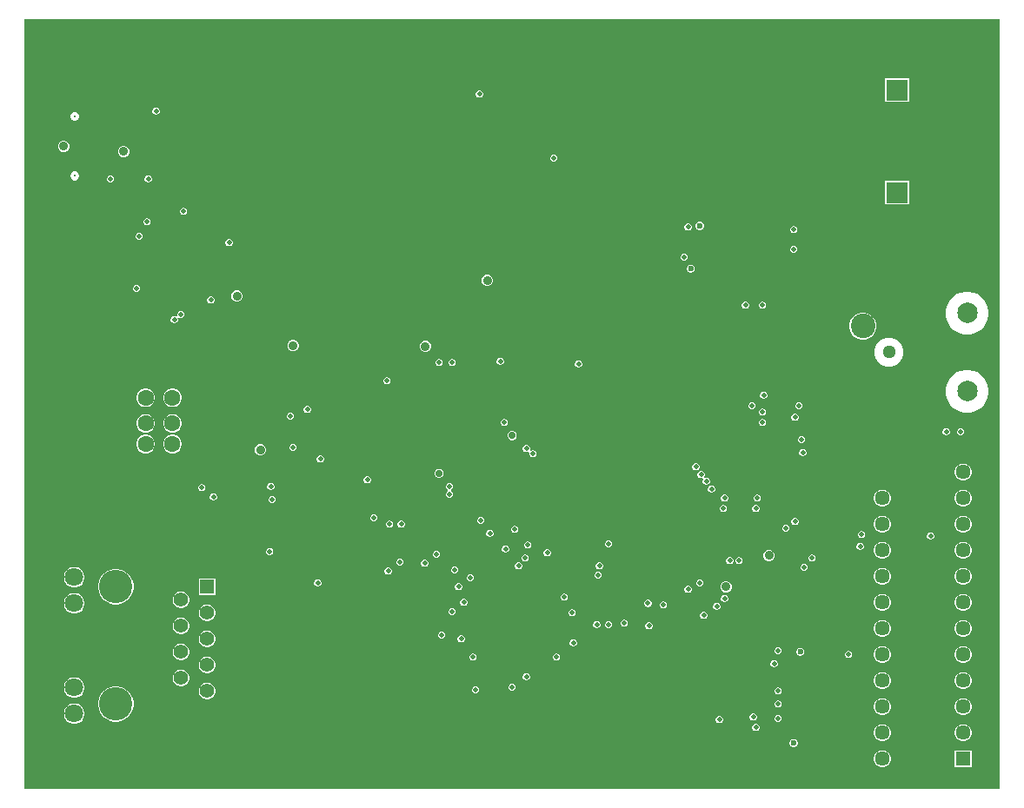
<source format=gbr>
%TF.GenerationSoftware,Altium Limited,Altium Designer,23.8.1 (32)*%
G04 Layer_Physical_Order=3*
G04 Layer_Color=16440176*
%FSLAX45Y45*%
%MOMM*%
%TF.SameCoordinates,47205040-CD91-4698-B5C6-F5A5CD4DDF21*%
%TF.FilePolarity,Positive*%
%TF.FileFunction,Copper,L3,Inr,Signal*%
%TF.Part,Single*%
G01*
G75*
%TA.AperFunction,ComponentPad*%
%ADD44C,2.25000*%
%ADD45R,2.10000X2.10000*%
%ADD46R,1.44600X1.44600*%
%ADD47C,1.44600*%
%ADD48C,1.99500*%
%ADD49C,1.29500*%
%ADD50C,2.40000*%
%ADD51R,2.40000X2.40000*%
%ADD52C,4.00000*%
%ADD53C,1.60000*%
%ADD54C,0.32500*%
%ADD55R,1.40800X1.40800*%
%ADD56C,3.25000*%
%ADD57C,1.40800*%
%ADD58C,1.80000*%
%TA.AperFunction,ViaPad*%
%ADD59C,0.50000*%
%ADD60C,0.90000*%
%ADD61C,0.60000*%
%ADD62C,0.70000*%
G36*
X12040000Y2540000D02*
X2540000D01*
Y10040000D01*
X12040000D01*
Y2540000D01*
D02*
G37*
%LPC*%
G36*
X6979262Y9344100D02*
X6965338D01*
X6952474Y9338772D01*
X6942628Y9328926D01*
X6937300Y9316062D01*
Y9302138D01*
X6942628Y9289274D01*
X6952474Y9279428D01*
X6965338Y9274100D01*
X6979262D01*
X6992126Y9279428D01*
X7001972Y9289274D01*
X7007300Y9302138D01*
Y9316062D01*
X7001972Y9328926D01*
X6992126Y9338772D01*
X6979262Y9344100D01*
D02*
G37*
G36*
X11155000Y9465000D02*
X10925000D01*
Y9235000D01*
X11155000D01*
Y9465000D01*
D02*
G37*
G36*
X3829662Y9179000D02*
X3815738D01*
X3802874Y9173672D01*
X3793028Y9163826D01*
X3787700Y9150962D01*
Y9137038D01*
X3793028Y9124174D01*
X3802874Y9114328D01*
X3815738Y9109000D01*
X3829662D01*
X3842526Y9114328D01*
X3852372Y9124174D01*
X3857700Y9137038D01*
Y9150962D01*
X3852372Y9163826D01*
X3842526Y9173672D01*
X3829662Y9179000D01*
D02*
G37*
G36*
X3039554Y9132600D02*
X3022646D01*
X3007025Y9126130D01*
X2995070Y9114174D01*
X2988600Y9098554D01*
Y9081646D01*
X2995070Y9066026D01*
X3007025Y9054070D01*
X3022646Y9047600D01*
X3039554D01*
X3055174Y9054070D01*
X3067130Y9066026D01*
X3073600Y9081646D01*
Y9098554D01*
X3067130Y9114174D01*
X3055174Y9126130D01*
X3039554Y9132600D01*
D02*
G37*
G36*
X2931940Y8856100D02*
X2910060D01*
X2889845Y8847727D01*
X2874373Y8832255D01*
X2866000Y8812040D01*
Y8790160D01*
X2874373Y8769945D01*
X2889845Y8754473D01*
X2910060Y8746100D01*
X2931940D01*
X2952155Y8754473D01*
X2967627Y8769945D01*
X2976000Y8790160D01*
Y8812040D01*
X2967627Y8832255D01*
X2952155Y8847727D01*
X2931940Y8856100D01*
D02*
G37*
G36*
X3516140Y8805300D02*
X3494260D01*
X3474045Y8796927D01*
X3458573Y8781455D01*
X3450200Y8761240D01*
Y8739360D01*
X3458573Y8719145D01*
X3474045Y8703673D01*
X3494260Y8695300D01*
X3516140D01*
X3536355Y8703673D01*
X3551827Y8719145D01*
X3560200Y8739360D01*
Y8761240D01*
X3551827Y8781455D01*
X3536355Y8796927D01*
X3516140Y8805300D01*
D02*
G37*
G36*
X7703162Y8721800D02*
X7689238D01*
X7676374Y8716472D01*
X7666528Y8706626D01*
X7661200Y8693762D01*
Y8679838D01*
X7666528Y8666974D01*
X7676374Y8657128D01*
X7689238Y8651800D01*
X7703162D01*
X7716026Y8657128D01*
X7725872Y8666974D01*
X7731200Y8679838D01*
Y8693762D01*
X7725872Y8706626D01*
X7716026Y8716472D01*
X7703162Y8721800D01*
D02*
G37*
G36*
X3039554Y8554600D02*
X3022646D01*
X3007025Y8548130D01*
X2995070Y8536174D01*
X2988600Y8520554D01*
Y8503646D01*
X2995070Y8488026D01*
X3007025Y8476070D01*
X3022646Y8469600D01*
X3039554D01*
X3055174Y8476070D01*
X3067130Y8488026D01*
X3073600Y8503646D01*
Y8520554D01*
X3067130Y8536174D01*
X3055174Y8548130D01*
X3039554Y8554600D01*
D02*
G37*
G36*
X3753462Y8518600D02*
X3739538D01*
X3726674Y8513272D01*
X3716828Y8503426D01*
X3711500Y8490562D01*
Y8476638D01*
X3716828Y8463774D01*
X3726674Y8453928D01*
X3739538Y8448600D01*
X3753462D01*
X3766326Y8453928D01*
X3776172Y8463774D01*
X3781500Y8476638D01*
Y8490562D01*
X3776172Y8503426D01*
X3766326Y8513272D01*
X3753462Y8518600D01*
D02*
G37*
G36*
X3385162D02*
X3371238D01*
X3358374Y8513272D01*
X3348528Y8503426D01*
X3343200Y8490562D01*
Y8476638D01*
X3348528Y8463774D01*
X3358374Y8453928D01*
X3371238Y8448600D01*
X3385162D01*
X3398026Y8453928D01*
X3407872Y8463774D01*
X3413200Y8476638D01*
Y8490562D01*
X3407872Y8503426D01*
X3398026Y8513272D01*
X3385162Y8518600D01*
D02*
G37*
G36*
X11155000Y8465000D02*
X10925000D01*
Y8235000D01*
X11155000D01*
Y8465000D01*
D02*
G37*
G36*
X4096362Y8201100D02*
X4082438D01*
X4069574Y8195772D01*
X4059728Y8185926D01*
X4054400Y8173062D01*
Y8159138D01*
X4059728Y8146274D01*
X4069574Y8136428D01*
X4082438Y8131100D01*
X4096362D01*
X4109226Y8136428D01*
X4119072Y8146274D01*
X4124400Y8159138D01*
Y8173062D01*
X4119072Y8185926D01*
X4109226Y8195772D01*
X4096362Y8201100D01*
D02*
G37*
G36*
X3740762Y8099500D02*
X3726838D01*
X3713974Y8094172D01*
X3704128Y8084326D01*
X3698800Y8071462D01*
Y8057538D01*
X3704128Y8044674D01*
X3713974Y8034828D01*
X3726838Y8029500D01*
X3740762D01*
X3753626Y8034828D01*
X3763472Y8044674D01*
X3768800Y8057538D01*
Y8071462D01*
X3763472Y8084326D01*
X3753626Y8094172D01*
X3740762Y8099500D01*
D02*
G37*
G36*
X9126557Y8066400D02*
X9110643D01*
X9095942Y8060310D01*
X9084690Y8049058D01*
X9078600Y8034357D01*
Y8018443D01*
X9084690Y8003742D01*
X9095942Y7992490D01*
X9110643Y7986400D01*
X9126557D01*
X9141258Y7992490D01*
X9152510Y8003742D01*
X9158600Y8018443D01*
Y8034357D01*
X9152510Y8049058D01*
X9141258Y8060310D01*
X9126557Y8066400D01*
D02*
G37*
G36*
X9011262Y8048700D02*
X8997338D01*
X8984474Y8043372D01*
X8974628Y8033526D01*
X8969300Y8020662D01*
Y8006738D01*
X8974628Y7993874D01*
X8984474Y7984028D01*
X8997338Y7978700D01*
X9011262D01*
X9024126Y7984028D01*
X9033972Y7993874D01*
X9039300Y8006738D01*
Y8020662D01*
X9033972Y8033526D01*
X9024126Y8043372D01*
X9011262Y8048700D01*
D02*
G37*
G36*
X10039962Y8023300D02*
X10026038D01*
X10013174Y8017972D01*
X10003328Y8008126D01*
X9998000Y7995262D01*
Y7981338D01*
X10003328Y7968474D01*
X10013174Y7958628D01*
X10026038Y7953300D01*
X10039962D01*
X10052826Y7958628D01*
X10062672Y7968474D01*
X10068000Y7981338D01*
Y7995262D01*
X10062672Y8008126D01*
X10052826Y8017972D01*
X10039962Y8023300D01*
D02*
G37*
G36*
X3664562Y7959800D02*
X3650638D01*
X3637774Y7954472D01*
X3627928Y7944626D01*
X3622600Y7931762D01*
Y7917838D01*
X3627928Y7904974D01*
X3637774Y7895128D01*
X3650638Y7889800D01*
X3664562D01*
X3677426Y7895128D01*
X3687272Y7904974D01*
X3692600Y7917838D01*
Y7931762D01*
X3687272Y7944626D01*
X3677426Y7954472D01*
X3664562Y7959800D01*
D02*
G37*
G36*
X4540862Y7896300D02*
X4526938D01*
X4514074Y7890972D01*
X4504228Y7881126D01*
X4498900Y7868262D01*
Y7854338D01*
X4504228Y7841474D01*
X4514074Y7831628D01*
X4526938Y7826300D01*
X4540862D01*
X4553726Y7831628D01*
X4563572Y7841474D01*
X4568900Y7854338D01*
Y7868262D01*
X4563572Y7881126D01*
X4553726Y7890972D01*
X4540862Y7896300D01*
D02*
G37*
G36*
X10039962Y7832800D02*
X10026038D01*
X10013174Y7827472D01*
X10003328Y7817626D01*
X9998000Y7804762D01*
Y7790838D01*
X10003328Y7777974D01*
X10013174Y7768128D01*
X10026038Y7762800D01*
X10039962D01*
X10052826Y7768128D01*
X10062672Y7777974D01*
X10068000Y7790838D01*
Y7804762D01*
X10062672Y7817626D01*
X10052826Y7827472D01*
X10039962Y7832800D01*
D02*
G37*
G36*
X8973162Y7756600D02*
X8959238D01*
X8946374Y7751272D01*
X8936528Y7741426D01*
X8931200Y7728562D01*
Y7714638D01*
X8936528Y7701774D01*
X8946374Y7691928D01*
X8959238Y7686600D01*
X8973162D01*
X8986026Y7691928D01*
X8995872Y7701774D01*
X9001200Y7714638D01*
Y7728562D01*
X8995872Y7741426D01*
X8986026Y7751272D01*
X8973162Y7756600D01*
D02*
G37*
G36*
X9037657Y7647300D02*
X9021743D01*
X9007042Y7641210D01*
X8995790Y7629958D01*
X8989700Y7615257D01*
Y7599343D01*
X8995790Y7584642D01*
X9007042Y7573390D01*
X9021743Y7567300D01*
X9037657D01*
X9052358Y7573390D01*
X9063610Y7584642D01*
X9069700Y7599343D01*
Y7615257D01*
X9063610Y7629958D01*
X9052358Y7641210D01*
X9037657Y7647300D01*
D02*
G37*
G36*
X7059440Y7548000D02*
X7037560D01*
X7017345Y7539627D01*
X7001873Y7524155D01*
X6993500Y7503940D01*
Y7482060D01*
X7001873Y7461845D01*
X7017345Y7446373D01*
X7037560Y7438000D01*
X7059440D01*
X7079655Y7446373D01*
X7095127Y7461845D01*
X7103500Y7482060D01*
Y7503940D01*
X7095127Y7524155D01*
X7079655Y7539627D01*
X7059440Y7548000D01*
D02*
G37*
G36*
X3639162Y7451800D02*
X3625238D01*
X3612374Y7446472D01*
X3602528Y7436626D01*
X3597200Y7423762D01*
Y7409838D01*
X3602528Y7396974D01*
X3612374Y7387128D01*
X3625238Y7381800D01*
X3639162D01*
X3652026Y7387128D01*
X3661872Y7396974D01*
X3667200Y7409838D01*
Y7423762D01*
X3661872Y7436626D01*
X3652026Y7446472D01*
X3639162Y7451800D01*
D02*
G37*
G36*
X4621040Y7395600D02*
X4599160D01*
X4578945Y7387227D01*
X4563473Y7371755D01*
X4555100Y7351540D01*
Y7329660D01*
X4563473Y7309445D01*
X4578945Y7293973D01*
X4599160Y7285600D01*
X4621040D01*
X4641255Y7293973D01*
X4656727Y7309445D01*
X4665100Y7329660D01*
Y7351540D01*
X4656727Y7371755D01*
X4641255Y7387227D01*
X4621040Y7395600D01*
D02*
G37*
G36*
X4363062Y7337500D02*
X4349138D01*
X4336274Y7332172D01*
X4326428Y7322326D01*
X4321100Y7309462D01*
Y7295538D01*
X4326428Y7282674D01*
X4336274Y7272828D01*
X4349138Y7267500D01*
X4363062D01*
X4375926Y7272828D01*
X4385772Y7282674D01*
X4391100Y7295538D01*
Y7309462D01*
X4385772Y7322326D01*
X4375926Y7332172D01*
X4363062Y7337500D01*
D02*
G37*
G36*
X9735162Y7286700D02*
X9721238D01*
X9708374Y7281372D01*
X9698528Y7271526D01*
X9693200Y7258662D01*
Y7244738D01*
X9698528Y7231874D01*
X9708374Y7222028D01*
X9721238Y7216700D01*
X9735162D01*
X9748026Y7222028D01*
X9757872Y7231874D01*
X9763200Y7244738D01*
Y7258662D01*
X9757872Y7271526D01*
X9748026Y7281372D01*
X9735162Y7286700D01*
D02*
G37*
G36*
X9570062D02*
X9556138D01*
X9543274Y7281372D01*
X9533428Y7271526D01*
X9528100Y7258662D01*
Y7244738D01*
X9533428Y7231874D01*
X9543274Y7222028D01*
X9556138Y7216700D01*
X9570062D01*
X9582926Y7222028D01*
X9592772Y7231874D01*
X9598100Y7244738D01*
Y7258662D01*
X9592772Y7271526D01*
X9582926Y7281372D01*
X9570062Y7286700D01*
D02*
G37*
G36*
X4070962Y7197800D02*
X4057038D01*
X4044174Y7192472D01*
X4034329Y7182626D01*
X4029000Y7169762D01*
Y7155838D01*
X4032451Y7147507D01*
X4021685Y7140313D01*
X4020326Y7141672D01*
X4007462Y7147000D01*
X3993538D01*
X3980674Y7141672D01*
X3970828Y7131826D01*
X3965500Y7118962D01*
Y7105038D01*
X3970828Y7092174D01*
X3980674Y7082328D01*
X3993538Y7077000D01*
X4007462D01*
X4020326Y7082328D01*
X4030172Y7092174D01*
X4035500Y7105038D01*
Y7118962D01*
X4032049Y7127293D01*
X4042816Y7134487D01*
X4044174Y7133128D01*
X4057038Y7127800D01*
X4070962D01*
X4083826Y7133128D01*
X4093672Y7142974D01*
X4099000Y7155838D01*
Y7169762D01*
X4093672Y7182626D01*
X4083826Y7192472D01*
X4070962Y7197800D01*
D02*
G37*
G36*
X11742734Y7385000D02*
X11701466D01*
X11660991Y7376949D01*
X11622864Y7361156D01*
X11588552Y7338229D01*
X11559371Y7309048D01*
X11536444Y7274736D01*
X11520651Y7236609D01*
X11512600Y7196134D01*
Y7154866D01*
X11520651Y7114391D01*
X11536444Y7076264D01*
X11559371Y7041952D01*
X11588552Y7012771D01*
X11622864Y6989844D01*
X11660991Y6974051D01*
X11701466Y6966000D01*
X11742734D01*
X11783209Y6974051D01*
X11821336Y6989844D01*
X11855648Y7012771D01*
X11884829Y7041952D01*
X11907756Y7076264D01*
X11923549Y7114391D01*
X11931600Y7154866D01*
Y7196134D01*
X11923549Y7236609D01*
X11907756Y7274736D01*
X11884829Y7309048D01*
X11855648Y7338229D01*
X11821336Y7361156D01*
X11783209Y7376949D01*
X11742734Y7385000D01*
D02*
G37*
G36*
X10723215Y7178500D02*
X10688985D01*
X10655922Y7169641D01*
X10626278Y7152526D01*
X10602074Y7128322D01*
X10584959Y7098678D01*
X10576100Y7065615D01*
Y7031385D01*
X10584959Y6998322D01*
X10602074Y6968678D01*
X10626278Y6944474D01*
X10655922Y6927359D01*
X10688985Y6918500D01*
X10723215D01*
X10756278Y6927359D01*
X10785922Y6944474D01*
X10810126Y6968678D01*
X10827241Y6998322D01*
X10836100Y7031385D01*
Y7065615D01*
X10827241Y7098678D01*
X10810126Y7128322D01*
X10785922Y7152526D01*
X10756278Y7169641D01*
X10723215Y7178500D01*
D02*
G37*
G36*
X5167140Y6913000D02*
X5145260D01*
X5125045Y6904627D01*
X5109573Y6889155D01*
X5101200Y6868940D01*
Y6847060D01*
X5109573Y6826845D01*
X5125045Y6811373D01*
X5145260Y6803000D01*
X5167140D01*
X5187355Y6811373D01*
X5202827Y6826845D01*
X5211200Y6847060D01*
Y6868940D01*
X5202827Y6889155D01*
X5187355Y6904627D01*
X5167140Y6913000D01*
D02*
G37*
G36*
X6456190Y6906650D02*
X6434310D01*
X6414095Y6898277D01*
X6398623Y6882805D01*
X6390250Y6862590D01*
Y6840710D01*
X6398623Y6820495D01*
X6414095Y6805023D01*
X6434310Y6796650D01*
X6456190D01*
X6476405Y6805023D01*
X6491877Y6820495D01*
X6500250Y6840710D01*
Y6862590D01*
X6491877Y6882805D01*
X6476405Y6898277D01*
X6456190Y6906650D01*
D02*
G37*
G36*
X7182462Y6740600D02*
X7168538D01*
X7155674Y6735272D01*
X7145828Y6725426D01*
X7140500Y6712562D01*
Y6698638D01*
X7145828Y6685774D01*
X7155674Y6675928D01*
X7168538Y6670600D01*
X7182462D01*
X7195326Y6675928D01*
X7205172Y6685774D01*
X7210500Y6698638D01*
Y6712562D01*
X7205172Y6725426D01*
X7195326Y6735272D01*
X7182462Y6740600D01*
D02*
G37*
G36*
X6712562Y6727900D02*
X6698638D01*
X6685774Y6722572D01*
X6675928Y6712726D01*
X6670600Y6699862D01*
Y6685938D01*
X6675928Y6673074D01*
X6685774Y6663228D01*
X6698638Y6657900D01*
X6712562D01*
X6725426Y6663228D01*
X6735272Y6673074D01*
X6740600Y6685938D01*
Y6699862D01*
X6735272Y6712726D01*
X6725426Y6722572D01*
X6712562Y6727900D01*
D02*
G37*
G36*
X6585562D02*
X6571638D01*
X6558774Y6722572D01*
X6548928Y6712726D01*
X6543600Y6699862D01*
Y6685938D01*
X6548928Y6673074D01*
X6558774Y6663228D01*
X6571638Y6657900D01*
X6585562D01*
X6598426Y6663228D01*
X6608272Y6673074D01*
X6613600Y6685938D01*
Y6699862D01*
X6608272Y6712726D01*
X6598426Y6722572D01*
X6585562Y6727900D01*
D02*
G37*
G36*
X10978465Y6934000D02*
X10941735D01*
X10906255Y6924493D01*
X10874445Y6906128D01*
X10848472Y6880155D01*
X10830107Y6848345D01*
X10820600Y6812865D01*
Y6776135D01*
X10830107Y6740655D01*
X10848472Y6708845D01*
X10874445Y6682872D01*
X10906255Y6664507D01*
X10941735Y6655000D01*
X10978465D01*
X11013945Y6664507D01*
X11045755Y6682872D01*
X11071728Y6708845D01*
X11090093Y6740655D01*
X11099600Y6776135D01*
Y6812865D01*
X11090093Y6848345D01*
X11071728Y6880155D01*
X11045755Y6906128D01*
X11013945Y6924493D01*
X10978465Y6934000D01*
D02*
G37*
G36*
X7944462Y6715200D02*
X7930538D01*
X7917674Y6709872D01*
X7907828Y6700026D01*
X7902500Y6687162D01*
Y6673238D01*
X7907828Y6660374D01*
X7917674Y6650528D01*
X7930538Y6645200D01*
X7944462D01*
X7957326Y6650528D01*
X7967172Y6660374D01*
X7972500Y6673238D01*
Y6687162D01*
X7967172Y6700026D01*
X7957326Y6709872D01*
X7944462Y6715200D01*
D02*
G37*
G36*
X6077562Y6550100D02*
X6063638D01*
X6050774Y6544772D01*
X6040928Y6534926D01*
X6035600Y6522062D01*
Y6508138D01*
X6040928Y6495274D01*
X6050774Y6485428D01*
X6063638Y6480100D01*
X6077562D01*
X6090426Y6485428D01*
X6100272Y6495274D01*
X6105600Y6508138D01*
Y6522062D01*
X6100272Y6534926D01*
X6090426Y6544772D01*
X6077562Y6550100D01*
D02*
G37*
G36*
X9747862Y6410400D02*
X9733938D01*
X9721074Y6405072D01*
X9711228Y6395226D01*
X9705900Y6382362D01*
Y6368438D01*
X9711228Y6355574D01*
X9721074Y6345728D01*
X9733938Y6340400D01*
X9747862D01*
X9760726Y6345728D01*
X9770572Y6355574D01*
X9775900Y6368438D01*
Y6382362D01*
X9770572Y6395226D01*
X9760726Y6405072D01*
X9747862Y6410400D01*
D02*
G37*
G36*
X3994848Y6440000D02*
X3971151D01*
X3948261Y6433866D01*
X3927739Y6422018D01*
X3910982Y6405261D01*
X3899133Y6384739D01*
X3893000Y6361849D01*
Y6338151D01*
X3899133Y6315261D01*
X3910982Y6294739D01*
X3927739Y6277982D01*
X3948261Y6266134D01*
X3971151Y6260000D01*
X3994848D01*
X4017738Y6266134D01*
X4038261Y6277982D01*
X4055018Y6294739D01*
X4066866Y6315261D01*
X4073000Y6338151D01*
Y6361849D01*
X4066866Y6384739D01*
X4055018Y6405261D01*
X4038261Y6422018D01*
X4017738Y6433866D01*
X3994848Y6440000D01*
D02*
G37*
G36*
X3732849D02*
X3709151D01*
X3686261Y6433866D01*
X3665739Y6422018D01*
X3648982Y6405261D01*
X3637133Y6384739D01*
X3631000Y6361849D01*
Y6338151D01*
X3637133Y6315261D01*
X3648982Y6294739D01*
X3665739Y6277982D01*
X3686261Y6266134D01*
X3709151Y6260000D01*
X3732849D01*
X3755738Y6266134D01*
X3776261Y6277982D01*
X3793018Y6294739D01*
X3804866Y6315261D01*
X3811000Y6338151D01*
Y6361849D01*
X3804866Y6384739D01*
X3793018Y6405261D01*
X3776261Y6422018D01*
X3755738Y6433866D01*
X3732849Y6440000D01*
D02*
G37*
G36*
X10090762Y6308800D02*
X10076838D01*
X10063974Y6303472D01*
X10054128Y6293626D01*
X10048800Y6280762D01*
Y6266838D01*
X10054128Y6253974D01*
X10063974Y6244128D01*
X10076838Y6238800D01*
X10090762D01*
X10103626Y6244128D01*
X10113472Y6253974D01*
X10118800Y6266838D01*
Y6280762D01*
X10113472Y6293626D01*
X10103626Y6303472D01*
X10090762Y6308800D01*
D02*
G37*
G36*
X9633562D02*
X9619638D01*
X9606774Y6303472D01*
X9596928Y6293626D01*
X9591600Y6280762D01*
Y6266838D01*
X9596928Y6253974D01*
X9606774Y6244128D01*
X9619638Y6238800D01*
X9633562D01*
X9646426Y6244128D01*
X9656272Y6253974D01*
X9661600Y6266838D01*
Y6280762D01*
X9656272Y6293626D01*
X9646426Y6303472D01*
X9633562Y6308800D01*
D02*
G37*
G36*
X11742734Y6623000D02*
X11701466D01*
X11660991Y6614949D01*
X11622864Y6599156D01*
X11588552Y6576229D01*
X11559371Y6547048D01*
X11536444Y6512736D01*
X11520651Y6474609D01*
X11512600Y6434134D01*
Y6392866D01*
X11520651Y6352391D01*
X11536444Y6314264D01*
X11559371Y6279952D01*
X11588552Y6250771D01*
X11622864Y6227844D01*
X11660991Y6212051D01*
X11701466Y6204000D01*
X11742734D01*
X11783209Y6212051D01*
X11821336Y6227844D01*
X11855648Y6250771D01*
X11884829Y6279952D01*
X11907756Y6314264D01*
X11923549Y6352391D01*
X11931600Y6392866D01*
Y6434134D01*
X11923549Y6474609D01*
X11907756Y6512736D01*
X11884829Y6547048D01*
X11855648Y6576229D01*
X11821336Y6599156D01*
X11783209Y6614949D01*
X11742734Y6623000D01*
D02*
G37*
G36*
X5302862Y6270700D02*
X5288938D01*
X5276074Y6265372D01*
X5266228Y6255526D01*
X5260900Y6242662D01*
Y6228738D01*
X5266228Y6215874D01*
X5276074Y6206028D01*
X5288938Y6200700D01*
X5302862D01*
X5315726Y6206028D01*
X5325572Y6215874D01*
X5330900Y6228738D01*
Y6242662D01*
X5325572Y6255526D01*
X5315726Y6265372D01*
X5302862Y6270700D01*
D02*
G37*
G36*
X9735162Y6245300D02*
X9721238D01*
X9708374Y6239972D01*
X9698528Y6230126D01*
X9693200Y6217262D01*
Y6203338D01*
X9698528Y6190474D01*
X9708374Y6180628D01*
X9721238Y6175300D01*
X9735162D01*
X9748026Y6180628D01*
X9757872Y6190474D01*
X9763200Y6203338D01*
Y6217262D01*
X9757872Y6230126D01*
X9748026Y6239972D01*
X9735162Y6245300D01*
D02*
G37*
G36*
X5137762Y6207200D02*
X5123838D01*
X5110974Y6201872D01*
X5101128Y6192026D01*
X5095800Y6179162D01*
Y6165238D01*
X5101128Y6152374D01*
X5110974Y6142528D01*
X5123838Y6137200D01*
X5137762D01*
X5150626Y6142528D01*
X5160472Y6152374D01*
X5165800Y6165238D01*
Y6179162D01*
X5160472Y6192026D01*
X5150626Y6201872D01*
X5137762Y6207200D01*
D02*
G37*
G36*
X10052662Y6194500D02*
X10038738D01*
X10025874Y6189172D01*
X10016028Y6179326D01*
X10010700Y6166462D01*
Y6152538D01*
X10016028Y6139674D01*
X10025874Y6129828D01*
X10038738Y6124500D01*
X10052662D01*
X10065526Y6129828D01*
X10075372Y6139674D01*
X10080700Y6152538D01*
Y6166462D01*
X10075372Y6179326D01*
X10065526Y6189172D01*
X10052662Y6194500D01*
D02*
G37*
G36*
X9735162Y6143700D02*
X9721238D01*
X9708374Y6138372D01*
X9698528Y6128526D01*
X9693200Y6115662D01*
Y6101738D01*
X9698528Y6088874D01*
X9708374Y6079028D01*
X9721238Y6073700D01*
X9735162D01*
X9748026Y6079028D01*
X9757872Y6088874D01*
X9763200Y6101738D01*
Y6115662D01*
X9757872Y6128526D01*
X9748026Y6138372D01*
X9735162Y6143700D01*
D02*
G37*
G36*
X7220562D02*
X7206638D01*
X7193774Y6138372D01*
X7183928Y6128526D01*
X7178600Y6115662D01*
Y6101738D01*
X7183928Y6088874D01*
X7193774Y6079028D01*
X7206638Y6073700D01*
X7220562D01*
X7233426Y6079028D01*
X7243272Y6088874D01*
X7248600Y6101738D01*
Y6115662D01*
X7243272Y6128526D01*
X7233426Y6138372D01*
X7220562Y6143700D01*
D02*
G37*
G36*
X3994848Y6190000D02*
X3971151D01*
X3948261Y6183866D01*
X3927739Y6172018D01*
X3910982Y6155261D01*
X3899133Y6134739D01*
X3893000Y6111849D01*
Y6088151D01*
X3899133Y6065261D01*
X3910982Y6044739D01*
X3927739Y6027982D01*
X3948261Y6016134D01*
X3971151Y6010000D01*
X3994848D01*
X4017738Y6016134D01*
X4038261Y6027982D01*
X4055018Y6044739D01*
X4066866Y6065261D01*
X4073000Y6088151D01*
Y6111849D01*
X4066866Y6134739D01*
X4055018Y6155261D01*
X4038261Y6172018D01*
X4017738Y6183866D01*
X3994848Y6190000D01*
D02*
G37*
G36*
X3732849D02*
X3709151D01*
X3686261Y6183866D01*
X3665739Y6172018D01*
X3648982Y6155261D01*
X3637133Y6134739D01*
X3631000Y6111849D01*
Y6088151D01*
X3637133Y6065261D01*
X3648982Y6044739D01*
X3665739Y6027982D01*
X3686261Y6016134D01*
X3709151Y6010000D01*
X3732849D01*
X3755738Y6016134D01*
X3776261Y6027982D01*
X3793018Y6044739D01*
X3804866Y6065261D01*
X3811000Y6088151D01*
Y6111849D01*
X3804866Y6134739D01*
X3793018Y6155261D01*
X3776261Y6172018D01*
X3755738Y6183866D01*
X3732849Y6190000D01*
D02*
G37*
G36*
X11665562Y6054800D02*
X11651638D01*
X11638774Y6049472D01*
X11628928Y6039626D01*
X11623600Y6026762D01*
Y6012838D01*
X11628928Y5999974D01*
X11638774Y5990128D01*
X11651638Y5984800D01*
X11665562D01*
X11678426Y5990128D01*
X11688272Y5999974D01*
X11693600Y6012838D01*
Y6026762D01*
X11688272Y6039626D01*
X11678426Y6049472D01*
X11665562Y6054800D01*
D02*
G37*
G36*
X11525862D02*
X11511938D01*
X11499074Y6049472D01*
X11489228Y6039626D01*
X11483900Y6026762D01*
Y6012838D01*
X11489228Y5999974D01*
X11499074Y5990128D01*
X11511938Y5984800D01*
X11525862D01*
X11538726Y5990128D01*
X11548572Y5999974D01*
X11553900Y6012838D01*
Y6026762D01*
X11548572Y6039626D01*
X11538726Y6049472D01*
X11525862Y6054800D01*
D02*
G37*
G36*
X7298751Y6026700D02*
X7280849D01*
X7264310Y6019849D01*
X7251651Y6007190D01*
X7244800Y5990651D01*
Y5972749D01*
X7251651Y5956210D01*
X7264310Y5943551D01*
X7280849Y5936700D01*
X7298751D01*
X7315290Y5943551D01*
X7327949Y5956210D01*
X7334800Y5972749D01*
Y5990651D01*
X7327949Y6007190D01*
X7315290Y6019849D01*
X7298751Y6026700D01*
D02*
G37*
G36*
X10116162Y5978600D02*
X10102238D01*
X10089374Y5973272D01*
X10079528Y5963426D01*
X10074200Y5950562D01*
Y5936638D01*
X10079528Y5923774D01*
X10089374Y5913928D01*
X10102238Y5908600D01*
X10116162D01*
X10129026Y5913928D01*
X10138872Y5923774D01*
X10144200Y5936638D01*
Y5950562D01*
X10138872Y5963426D01*
X10129026Y5973272D01*
X10116162Y5978600D01*
D02*
G37*
G36*
X5163162Y5902400D02*
X5149238D01*
X5136374Y5897072D01*
X5126528Y5887226D01*
X5121200Y5874362D01*
Y5860438D01*
X5126528Y5847574D01*
X5136374Y5837728D01*
X5149238Y5832400D01*
X5163162D01*
X5176026Y5837728D01*
X5185872Y5847574D01*
X5191200Y5860438D01*
Y5874362D01*
X5185872Y5887226D01*
X5176026Y5897072D01*
X5163162Y5902400D01*
D02*
G37*
G36*
X3994848Y5990000D02*
X3971151D01*
X3948261Y5983866D01*
X3927739Y5972018D01*
X3910982Y5955261D01*
X3899133Y5934738D01*
X3893000Y5911848D01*
Y5888151D01*
X3899133Y5865261D01*
X3910982Y5844739D01*
X3927739Y5827982D01*
X3948261Y5816133D01*
X3971151Y5810000D01*
X3994848D01*
X4017738Y5816133D01*
X4038261Y5827982D01*
X4055018Y5844739D01*
X4066866Y5865261D01*
X4073000Y5888151D01*
Y5911848D01*
X4066866Y5934738D01*
X4055018Y5955261D01*
X4038261Y5972018D01*
X4017738Y5983866D01*
X3994848Y5990000D01*
D02*
G37*
G36*
X3732849D02*
X3709151D01*
X3686261Y5983866D01*
X3665739Y5972018D01*
X3648982Y5955261D01*
X3637133Y5934738D01*
X3631000Y5911848D01*
Y5888151D01*
X3637133Y5865261D01*
X3648982Y5844739D01*
X3665739Y5827982D01*
X3686261Y5816133D01*
X3709151Y5810000D01*
X3732849D01*
X3755738Y5816133D01*
X3776261Y5827982D01*
X3793018Y5844739D01*
X3804866Y5865261D01*
X3811000Y5888151D01*
Y5911848D01*
X3804866Y5934738D01*
X3793018Y5955261D01*
X3776261Y5972018D01*
X3755738Y5983866D01*
X3732849Y5990000D01*
D02*
G37*
G36*
X4849640Y5897000D02*
X4827760D01*
X4807545Y5888627D01*
X4792073Y5873155D01*
X4783700Y5852940D01*
Y5831060D01*
X4792073Y5810845D01*
X4807545Y5795373D01*
X4827760Y5787000D01*
X4849640D01*
X4869855Y5795373D01*
X4885327Y5810845D01*
X4893700Y5831060D01*
Y5852940D01*
X4885327Y5873155D01*
X4869855Y5888627D01*
X4849640Y5897000D01*
D02*
G37*
G36*
X10128862Y5851600D02*
X10114938D01*
X10102074Y5846272D01*
X10092228Y5836426D01*
X10086900Y5823562D01*
Y5809638D01*
X10092228Y5796774D01*
X10102074Y5786928D01*
X10114938Y5781600D01*
X10128862D01*
X10141726Y5786928D01*
X10151572Y5796774D01*
X10156900Y5809638D01*
Y5823562D01*
X10151572Y5836426D01*
X10141726Y5846272D01*
X10128862Y5851600D01*
D02*
G37*
G36*
X7436462Y5889700D02*
X7422538D01*
X7409674Y5884372D01*
X7399828Y5874526D01*
X7394500Y5861662D01*
Y5847738D01*
X7399828Y5834874D01*
X7409674Y5825028D01*
X7422538Y5819700D01*
X7436462D01*
X7449326Y5825028D01*
X7450684Y5826387D01*
X7461451Y5819193D01*
X7458000Y5810862D01*
Y5796938D01*
X7463328Y5784074D01*
X7473174Y5774228D01*
X7486038Y5768900D01*
X7499962D01*
X7512826Y5774228D01*
X7522672Y5784074D01*
X7528000Y5796938D01*
Y5810862D01*
X7522672Y5823726D01*
X7512826Y5833572D01*
X7499962Y5838900D01*
X7486038D01*
X7473174Y5833572D01*
X7471816Y5832213D01*
X7461049Y5839407D01*
X7464500Y5847738D01*
Y5861662D01*
X7459172Y5874526D01*
X7449326Y5884372D01*
X7436462Y5889700D01*
D02*
G37*
G36*
X5429862Y5788100D02*
X5415938D01*
X5403074Y5782772D01*
X5393228Y5772926D01*
X5387900Y5760062D01*
Y5746138D01*
X5393228Y5733274D01*
X5403074Y5723428D01*
X5415938Y5718100D01*
X5429862D01*
X5442726Y5723428D01*
X5452572Y5733274D01*
X5457900Y5746138D01*
Y5760062D01*
X5452572Y5772926D01*
X5442726Y5782772D01*
X5429862Y5788100D01*
D02*
G37*
G36*
X9087462Y5711900D02*
X9073538D01*
X9060674Y5706572D01*
X9050828Y5696726D01*
X9045500Y5683862D01*
Y5669938D01*
X9050828Y5657074D01*
X9060674Y5647228D01*
X9073538Y5641900D01*
X9087462D01*
X9100326Y5647228D01*
X9110172Y5657074D01*
X9115500Y5669938D01*
Y5683862D01*
X9110172Y5696726D01*
X9100326Y5706572D01*
X9087462Y5711900D01*
D02*
G37*
G36*
X6587551Y5658400D02*
X6569649D01*
X6553110Y5651549D01*
X6540451Y5638890D01*
X6533600Y5622351D01*
Y5604449D01*
X6540451Y5587910D01*
X6553110Y5575251D01*
X6569649Y5568400D01*
X6587551D01*
X6604090Y5575251D01*
X6616749Y5587910D01*
X6623600Y5604449D01*
Y5622351D01*
X6616749Y5638890D01*
X6604090Y5651549D01*
X6587551Y5658400D01*
D02*
G37*
G36*
X11694835Y5708400D02*
X11673165D01*
X11652233Y5702791D01*
X11633467Y5691956D01*
X11618144Y5676633D01*
X11607309Y5657867D01*
X11601700Y5636935D01*
Y5615265D01*
X11607309Y5594333D01*
X11618144Y5575567D01*
X11633467Y5560244D01*
X11652233Y5549409D01*
X11673165Y5543800D01*
X11694835D01*
X11715767Y5549409D01*
X11734533Y5560244D01*
X11749856Y5575567D01*
X11760691Y5594333D01*
X11766300Y5615265D01*
Y5636935D01*
X11760691Y5657867D01*
X11749856Y5676633D01*
X11734533Y5691956D01*
X11715767Y5702791D01*
X11694835Y5708400D01*
D02*
G37*
G36*
X5887062Y5584900D02*
X5873138D01*
X5860274Y5579572D01*
X5850428Y5569726D01*
X5845100Y5556862D01*
Y5542938D01*
X5850428Y5530074D01*
X5860274Y5520228D01*
X5873138Y5514900D01*
X5887062D01*
X5899926Y5520228D01*
X5909772Y5530074D01*
X5915100Y5542938D01*
Y5556862D01*
X5909772Y5569726D01*
X5899926Y5579572D01*
X5887062Y5584900D01*
D02*
G37*
G36*
X9138262Y5635700D02*
X9124338D01*
X9111474Y5630372D01*
X9101628Y5620526D01*
X9096300Y5607662D01*
Y5593738D01*
X9101628Y5580874D01*
X9111474Y5571028D01*
X9124338Y5565700D01*
X9138262D01*
X9146593Y5569151D01*
X9153787Y5558384D01*
X9152428Y5557026D01*
X9147100Y5544162D01*
Y5530238D01*
X9152428Y5517374D01*
X9162274Y5507528D01*
X9175138Y5502200D01*
X9189062D01*
X9201926Y5507528D01*
X9211772Y5517374D01*
X9217100Y5530238D01*
Y5544162D01*
X9211772Y5557026D01*
X9201926Y5566872D01*
X9189062Y5572200D01*
X9175138D01*
X9166807Y5568749D01*
X9159613Y5579516D01*
X9160972Y5580874D01*
X9166300Y5593738D01*
Y5607662D01*
X9160972Y5620526D01*
X9151126Y5630372D01*
X9138262Y5635700D01*
D02*
G37*
G36*
X4947262Y5521400D02*
X4933338D01*
X4920474Y5516072D01*
X4910628Y5506226D01*
X4905300Y5493362D01*
Y5479438D01*
X4910628Y5466574D01*
X4920474Y5456728D01*
X4933338Y5451400D01*
X4947262D01*
X4960126Y5456728D01*
X4969972Y5466574D01*
X4975300Y5479438D01*
Y5493362D01*
X4969972Y5506226D01*
X4960126Y5516072D01*
X4947262Y5521400D01*
D02*
G37*
G36*
X4274162Y5508700D02*
X4260238D01*
X4247374Y5503372D01*
X4237528Y5493526D01*
X4232200Y5480662D01*
Y5466738D01*
X4237528Y5453874D01*
X4247374Y5444028D01*
X4260238Y5438700D01*
X4274162D01*
X4287026Y5444028D01*
X4296872Y5453874D01*
X4302200Y5466738D01*
Y5480662D01*
X4296872Y5493526D01*
X4287026Y5503372D01*
X4274162Y5508700D01*
D02*
G37*
G36*
X9239862Y5496000D02*
X9225938D01*
X9213074Y5490672D01*
X9203228Y5480826D01*
X9197900Y5467962D01*
Y5454038D01*
X9203228Y5441174D01*
X9213074Y5431328D01*
X9225938Y5426000D01*
X9239862D01*
X9252726Y5431328D01*
X9262572Y5441174D01*
X9267900Y5454038D01*
Y5467962D01*
X9262572Y5480826D01*
X9252726Y5490672D01*
X9239862Y5496000D01*
D02*
G37*
G36*
X6687162Y5521400D02*
X6673238D01*
X6660374Y5516072D01*
X6650528Y5506226D01*
X6645200Y5493362D01*
Y5479438D01*
X6650528Y5466574D01*
X6660374Y5456728D01*
X6664129Y5455173D01*
Y5441427D01*
X6660374Y5439872D01*
X6650528Y5430026D01*
X6645200Y5417162D01*
Y5403238D01*
X6650528Y5390374D01*
X6660374Y5380528D01*
X6673238Y5375200D01*
X6687162D01*
X6700026Y5380528D01*
X6709872Y5390374D01*
X6715200Y5403238D01*
Y5417162D01*
X6709872Y5430026D01*
X6700026Y5439872D01*
X6696271Y5441427D01*
Y5455173D01*
X6700026Y5456728D01*
X6709872Y5466574D01*
X6715200Y5479438D01*
Y5493362D01*
X6709872Y5506226D01*
X6700026Y5516072D01*
X6687162Y5521400D01*
D02*
G37*
G36*
X4388462Y5419800D02*
X4374538D01*
X4361674Y5414472D01*
X4351828Y5404626D01*
X4346500Y5391762D01*
Y5377838D01*
X4351828Y5364974D01*
X4361674Y5355128D01*
X4374538Y5349800D01*
X4388462D01*
X4401326Y5355128D01*
X4411172Y5364974D01*
X4416500Y5377838D01*
Y5391762D01*
X4411172Y5404626D01*
X4401326Y5414472D01*
X4388462Y5419800D01*
D02*
G37*
G36*
X9684362Y5407100D02*
X9670438D01*
X9657574Y5401772D01*
X9647728Y5391926D01*
X9642400Y5379062D01*
Y5365138D01*
X9647728Y5352274D01*
X9657574Y5342428D01*
X9670438Y5337100D01*
X9684362D01*
X9697226Y5342428D01*
X9707072Y5352274D01*
X9712400Y5365138D01*
Y5379062D01*
X9707072Y5391926D01*
X9697226Y5401772D01*
X9684362Y5407100D01*
D02*
G37*
G36*
X9366862D02*
X9352938D01*
X9340074Y5401772D01*
X9330228Y5391926D01*
X9324900Y5379062D01*
Y5365138D01*
X9330228Y5352274D01*
X9340074Y5342428D01*
X9352938Y5337100D01*
X9366862D01*
X9379726Y5342428D01*
X9389572Y5352274D01*
X9394900Y5365138D01*
Y5379062D01*
X9389572Y5391926D01*
X9379726Y5401772D01*
X9366862Y5407100D01*
D02*
G37*
G36*
X4959962Y5394400D02*
X4946038D01*
X4933174Y5389072D01*
X4923328Y5379226D01*
X4918000Y5366362D01*
Y5352438D01*
X4923328Y5339574D01*
X4933174Y5329728D01*
X4946038Y5324400D01*
X4959962D01*
X4972826Y5329728D01*
X4982672Y5339574D01*
X4988000Y5352438D01*
Y5366362D01*
X4982672Y5379226D01*
X4972826Y5389072D01*
X4959962Y5394400D01*
D02*
G37*
G36*
X11694835Y5454400D02*
X11673165D01*
X11652233Y5448791D01*
X11633467Y5437956D01*
X11618144Y5422633D01*
X11607309Y5403867D01*
X11601700Y5382935D01*
Y5361265D01*
X11607309Y5340333D01*
X11618144Y5321567D01*
X11633467Y5306244D01*
X11652233Y5295409D01*
X11673165Y5289800D01*
X11694835D01*
X11715767Y5295409D01*
X11734533Y5306244D01*
X11749856Y5321567D01*
X11760691Y5340333D01*
X11766300Y5361265D01*
Y5382935D01*
X11760691Y5403867D01*
X11749856Y5422633D01*
X11734533Y5437956D01*
X11715767Y5448791D01*
X11694835Y5454400D01*
D02*
G37*
G36*
X10907835D02*
X10886165D01*
X10865234Y5448791D01*
X10846467Y5437956D01*
X10831144Y5422633D01*
X10820309Y5403867D01*
X10814700Y5382935D01*
Y5361265D01*
X10820309Y5340333D01*
X10831144Y5321567D01*
X10846467Y5306244D01*
X10865234Y5295409D01*
X10886165Y5289800D01*
X10907835D01*
X10928767Y5295409D01*
X10947533Y5306244D01*
X10962856Y5321567D01*
X10973691Y5340333D01*
X10979300Y5361265D01*
Y5382935D01*
X10973691Y5403867D01*
X10962856Y5422633D01*
X10947533Y5437956D01*
X10928767Y5448791D01*
X10907835Y5454400D01*
D02*
G37*
G36*
X9671662Y5305500D02*
X9657738D01*
X9644874Y5300172D01*
X9635028Y5290326D01*
X9629700Y5277462D01*
Y5263538D01*
X9635028Y5250674D01*
X9644874Y5240828D01*
X9657738Y5235500D01*
X9671662D01*
X9684526Y5240828D01*
X9694372Y5250674D01*
X9699700Y5263538D01*
Y5277462D01*
X9694372Y5290326D01*
X9684526Y5300172D01*
X9671662Y5305500D01*
D02*
G37*
G36*
X9354162D02*
X9340238D01*
X9327374Y5300172D01*
X9317528Y5290326D01*
X9312200Y5277462D01*
Y5263538D01*
X9317528Y5250674D01*
X9327374Y5240828D01*
X9340238Y5235500D01*
X9354162D01*
X9367026Y5240828D01*
X9376872Y5250674D01*
X9382200Y5263538D01*
Y5277462D01*
X9376872Y5290326D01*
X9367026Y5300172D01*
X9354162Y5305500D01*
D02*
G37*
G36*
X5950562Y5216600D02*
X5936638D01*
X5923774Y5211272D01*
X5913928Y5201426D01*
X5908600Y5188562D01*
Y5174638D01*
X5913928Y5161774D01*
X5923774Y5151928D01*
X5936638Y5146600D01*
X5950562D01*
X5963426Y5151928D01*
X5973272Y5161774D01*
X5978600Y5174638D01*
Y5188562D01*
X5973272Y5201426D01*
X5963426Y5211272D01*
X5950562Y5216600D01*
D02*
G37*
G36*
X6991962Y5191200D02*
X6978038D01*
X6965174Y5185872D01*
X6955328Y5176026D01*
X6950000Y5163162D01*
Y5149238D01*
X6955328Y5136374D01*
X6965174Y5126528D01*
X6978038Y5121200D01*
X6991962D01*
X7004826Y5126528D01*
X7014672Y5136374D01*
X7020000Y5149238D01*
Y5163162D01*
X7014672Y5176026D01*
X7004826Y5185872D01*
X6991962Y5191200D01*
D02*
G37*
G36*
X10052662Y5178500D02*
X10038738D01*
X10025874Y5173172D01*
X10016028Y5163326D01*
X10010700Y5150462D01*
Y5136538D01*
X10016028Y5123674D01*
X10025874Y5113828D01*
X10038738Y5108500D01*
X10052662D01*
X10065526Y5113828D01*
X10075372Y5123674D01*
X10080700Y5136538D01*
Y5150462D01*
X10075372Y5163326D01*
X10065526Y5173172D01*
X10052662Y5178500D01*
D02*
G37*
G36*
X6217262Y5153100D02*
X6203338D01*
X6190474Y5147772D01*
X6180628Y5137926D01*
X6175300Y5125062D01*
Y5111138D01*
X6180628Y5098274D01*
X6190474Y5088428D01*
X6203338Y5083100D01*
X6217262D01*
X6230126Y5088428D01*
X6239972Y5098274D01*
X6245300Y5111138D01*
Y5125062D01*
X6239972Y5137926D01*
X6230126Y5147772D01*
X6217262Y5153100D01*
D02*
G37*
G36*
X6102962D02*
X6089038D01*
X6076174Y5147772D01*
X6066328Y5137926D01*
X6061000Y5125062D01*
Y5111138D01*
X6066328Y5098274D01*
X6076174Y5088428D01*
X6089038Y5083100D01*
X6102962D01*
X6115826Y5088428D01*
X6125672Y5098274D01*
X6131000Y5111138D01*
Y5125062D01*
X6125672Y5137926D01*
X6115826Y5147772D01*
X6102962Y5153100D01*
D02*
G37*
G36*
X9963762Y5115000D02*
X9949838D01*
X9936974Y5109672D01*
X9927128Y5099826D01*
X9921800Y5086962D01*
Y5073038D01*
X9927128Y5060174D01*
X9936974Y5050328D01*
X9949838Y5045000D01*
X9963762D01*
X9976626Y5050328D01*
X9986472Y5060174D01*
X9991800Y5073038D01*
Y5086962D01*
X9986472Y5099826D01*
X9976626Y5109672D01*
X9963762Y5115000D01*
D02*
G37*
G36*
X11694835Y5200400D02*
X11673165D01*
X11652233Y5194791D01*
X11633467Y5183956D01*
X11618144Y5168633D01*
X11607309Y5149867D01*
X11601700Y5128935D01*
Y5107265D01*
X11607309Y5086333D01*
X11618144Y5067567D01*
X11633467Y5052244D01*
X11652233Y5041409D01*
X11673165Y5035800D01*
X11694835D01*
X11715767Y5041409D01*
X11734533Y5052244D01*
X11749856Y5067567D01*
X11760691Y5086333D01*
X11766300Y5107265D01*
Y5128935D01*
X11760691Y5149867D01*
X11749856Y5168633D01*
X11734533Y5183956D01*
X11715767Y5194791D01*
X11694835Y5200400D01*
D02*
G37*
G36*
X10907835D02*
X10886165D01*
X10865234Y5194791D01*
X10846467Y5183956D01*
X10831144Y5168633D01*
X10820309Y5149867D01*
X10814700Y5128935D01*
Y5107265D01*
X10820309Y5086333D01*
X10831144Y5067567D01*
X10846467Y5052244D01*
X10865234Y5041409D01*
X10886165Y5035800D01*
X10907835D01*
X10928767Y5041409D01*
X10947533Y5052244D01*
X10962856Y5067567D01*
X10973691Y5086333D01*
X10979300Y5107265D01*
Y5128935D01*
X10973691Y5149867D01*
X10962856Y5168633D01*
X10947533Y5183956D01*
X10928767Y5194791D01*
X10907835Y5200400D01*
D02*
G37*
G36*
X7322162Y5102300D02*
X7308238D01*
X7295374Y5096972D01*
X7285528Y5087126D01*
X7280200Y5074262D01*
Y5060338D01*
X7285528Y5047474D01*
X7295374Y5037628D01*
X7308238Y5032300D01*
X7322162D01*
X7335026Y5037628D01*
X7344872Y5047474D01*
X7350200Y5060338D01*
Y5074262D01*
X7344872Y5087126D01*
X7335026Y5096972D01*
X7322162Y5102300D01*
D02*
G37*
G36*
X7080862Y5064200D02*
X7066938D01*
X7054074Y5058872D01*
X7044228Y5049026D01*
X7038900Y5036162D01*
Y5022238D01*
X7044228Y5009374D01*
X7054074Y4999528D01*
X7066938Y4994200D01*
X7080862D01*
X7093726Y4999528D01*
X7103572Y5009374D01*
X7108900Y5022238D01*
Y5036162D01*
X7103572Y5049026D01*
X7093726Y5058872D01*
X7080862Y5064200D01*
D02*
G37*
G36*
X10700362Y5051500D02*
X10686438D01*
X10673574Y5046172D01*
X10663728Y5036326D01*
X10658400Y5023462D01*
Y5009538D01*
X10663728Y4996674D01*
X10673574Y4986828D01*
X10686438Y4981500D01*
X10700362D01*
X10713226Y4986828D01*
X10723072Y4996674D01*
X10728400Y5009538D01*
Y5023462D01*
X10723072Y5036326D01*
X10713226Y5046172D01*
X10700362Y5051500D01*
D02*
G37*
G36*
X11373462Y5038800D02*
X11359538D01*
X11346674Y5033472D01*
X11336828Y5023626D01*
X11331500Y5010762D01*
Y4996838D01*
X11336828Y4983974D01*
X11346674Y4974128D01*
X11359538Y4968800D01*
X11373462D01*
X11386326Y4974128D01*
X11396172Y4983974D01*
X11401500Y4996838D01*
Y5010762D01*
X11396172Y5023626D01*
X11386326Y5033472D01*
X11373462Y5038800D01*
D02*
G37*
G36*
X8236562Y4962600D02*
X8222638D01*
X8209774Y4957272D01*
X8199928Y4947426D01*
X8194600Y4934562D01*
Y4920638D01*
X8199928Y4907774D01*
X8209774Y4897928D01*
X8222638Y4892600D01*
X8236562D01*
X8249426Y4897928D01*
X8259272Y4907774D01*
X8264600Y4920638D01*
Y4934562D01*
X8259272Y4947426D01*
X8249426Y4957272D01*
X8236562Y4962600D01*
D02*
G37*
G36*
X7449162Y4949900D02*
X7435238D01*
X7422374Y4944572D01*
X7412528Y4934726D01*
X7407200Y4921862D01*
Y4907938D01*
X7412528Y4895074D01*
X7422374Y4885228D01*
X7435238Y4879900D01*
X7449162D01*
X7462026Y4885228D01*
X7471872Y4895074D01*
X7477200Y4907938D01*
Y4921862D01*
X7471872Y4934726D01*
X7462026Y4944572D01*
X7449162Y4949900D01*
D02*
G37*
G36*
X10687662Y4937200D02*
X10673738D01*
X10660874Y4931872D01*
X10651028Y4922026D01*
X10645700Y4909162D01*
Y4895238D01*
X10651028Y4882374D01*
X10660874Y4872528D01*
X10673738Y4867200D01*
X10687662D01*
X10700526Y4872528D01*
X10710372Y4882374D01*
X10715700Y4895238D01*
Y4909162D01*
X10710372Y4922026D01*
X10700526Y4931872D01*
X10687662Y4937200D01*
D02*
G37*
G36*
X7233262Y4911800D02*
X7219338D01*
X7206474Y4906472D01*
X7196628Y4896626D01*
X7191300Y4883762D01*
Y4869838D01*
X7196628Y4856974D01*
X7206474Y4847128D01*
X7219338Y4841800D01*
X7233262D01*
X7246126Y4847128D01*
X7255972Y4856974D01*
X7261300Y4869838D01*
Y4883762D01*
X7255972Y4896626D01*
X7246126Y4906472D01*
X7233262Y4911800D01*
D02*
G37*
G36*
X4935562Y4886400D02*
X4921638D01*
X4908774Y4881072D01*
X4898928Y4871226D01*
X4893600Y4858362D01*
Y4844438D01*
X4898928Y4831574D01*
X4908774Y4821728D01*
X4921638Y4816400D01*
X4935562D01*
X4948426Y4821728D01*
X4958272Y4831574D01*
X4963600Y4844438D01*
Y4858362D01*
X4958272Y4871226D01*
X4948426Y4881072D01*
X4935562Y4886400D01*
D02*
G37*
G36*
X7639662Y4873700D02*
X7625738D01*
X7612874Y4868372D01*
X7603028Y4858526D01*
X7597700Y4845662D01*
Y4831738D01*
X7603028Y4818874D01*
X7612874Y4809028D01*
X7625738Y4803700D01*
X7639662D01*
X7652526Y4809028D01*
X7662372Y4818874D01*
X7667700Y4831738D01*
Y4845662D01*
X7662372Y4858526D01*
X7652526Y4868372D01*
X7639662Y4873700D01*
D02*
G37*
G36*
X6560162Y4861000D02*
X6546238D01*
X6533374Y4855672D01*
X6523528Y4845826D01*
X6518200Y4832962D01*
Y4819038D01*
X6523528Y4806174D01*
X6533374Y4796328D01*
X6546238Y4791000D01*
X6560162D01*
X6573026Y4796328D01*
X6582872Y4806174D01*
X6588200Y4819038D01*
Y4832962D01*
X6582872Y4845826D01*
X6573026Y4855672D01*
X6560162Y4861000D01*
D02*
G37*
G36*
X11694835Y4946400D02*
X11673165D01*
X11652233Y4940791D01*
X11633467Y4929956D01*
X11618144Y4914633D01*
X11607309Y4895867D01*
X11601700Y4874935D01*
Y4853265D01*
X11607309Y4832333D01*
X11618144Y4813567D01*
X11633467Y4798244D01*
X11652233Y4787409D01*
X11673165Y4781800D01*
X11694835D01*
X11715767Y4787409D01*
X11734533Y4798244D01*
X11749856Y4813567D01*
X11760691Y4832333D01*
X11766300Y4853265D01*
Y4874935D01*
X11760691Y4895867D01*
X11749856Y4914633D01*
X11734533Y4929956D01*
X11715767Y4940791D01*
X11694835Y4946400D01*
D02*
G37*
G36*
X10907835D02*
X10886165D01*
X10865234Y4940791D01*
X10846467Y4929956D01*
X10831144Y4914633D01*
X10820309Y4895867D01*
X10814700Y4874935D01*
Y4853265D01*
X10820309Y4832333D01*
X10831144Y4813567D01*
X10846467Y4798244D01*
X10865234Y4787409D01*
X10886165Y4781800D01*
X10907835D01*
X10928767Y4787409D01*
X10947533Y4798244D01*
X10962856Y4813567D01*
X10973691Y4832333D01*
X10979300Y4853265D01*
Y4874935D01*
X10973691Y4895867D01*
X10962856Y4914633D01*
X10947533Y4929956D01*
X10928767Y4940791D01*
X10907835Y4946400D01*
D02*
G37*
G36*
X9802640Y4868300D02*
X9780760D01*
X9760545Y4859927D01*
X9745073Y4844455D01*
X9736700Y4824240D01*
Y4802360D01*
X9745073Y4782145D01*
X9760545Y4766673D01*
X9780760Y4758300D01*
X9802640D01*
X9822855Y4766673D01*
X9838327Y4782145D01*
X9846700Y4802360D01*
Y4824240D01*
X9838327Y4844455D01*
X9822855Y4859927D01*
X9802640Y4868300D01*
D02*
G37*
G36*
X10217762Y4822900D02*
X10203838D01*
X10190974Y4817572D01*
X10181128Y4807726D01*
X10175800Y4794862D01*
Y4780938D01*
X10181128Y4768074D01*
X10190974Y4758228D01*
X10203838Y4752900D01*
X10217762D01*
X10230626Y4758228D01*
X10240472Y4768074D01*
X10245800Y4780938D01*
Y4794862D01*
X10240472Y4807726D01*
X10230626Y4817572D01*
X10217762Y4822900D01*
D02*
G37*
G36*
X7423762D02*
X7409838D01*
X7396974Y4817572D01*
X7387128Y4807726D01*
X7381800Y4794862D01*
Y4780938D01*
X7387128Y4768074D01*
X7396974Y4758228D01*
X7409838Y4752900D01*
X7423762D01*
X7436626Y4758228D01*
X7446472Y4768074D01*
X7451800Y4780938D01*
Y4794862D01*
X7446472Y4807726D01*
X7436626Y4817572D01*
X7423762Y4822900D01*
D02*
G37*
G36*
X9506562Y4797500D02*
X9492638D01*
X9479774Y4792172D01*
X9469928Y4782326D01*
X9464600Y4769462D01*
Y4755538D01*
X9469928Y4742674D01*
X9479774Y4732828D01*
X9492638Y4727500D01*
X9506562D01*
X9519426Y4732828D01*
X9529272Y4742674D01*
X9534600Y4755538D01*
Y4769462D01*
X9529272Y4782326D01*
X9519426Y4792172D01*
X9506562Y4797500D01*
D02*
G37*
G36*
X9417662D02*
X9403738D01*
X9390874Y4792172D01*
X9381028Y4782326D01*
X9375700Y4769462D01*
Y4755538D01*
X9381028Y4742674D01*
X9390874Y4732828D01*
X9403738Y4727500D01*
X9417662D01*
X9430526Y4732828D01*
X9440372Y4742674D01*
X9445700Y4755538D01*
Y4769462D01*
X9440372Y4782326D01*
X9430526Y4792172D01*
X9417662Y4797500D01*
D02*
G37*
G36*
X6204562Y4784800D02*
X6190638D01*
X6177774Y4779472D01*
X6167928Y4769626D01*
X6162600Y4756762D01*
Y4742838D01*
X6167928Y4729974D01*
X6177774Y4720128D01*
X6190638Y4714800D01*
X6204562D01*
X6217426Y4720128D01*
X6227272Y4729974D01*
X6232600Y4742838D01*
Y4756762D01*
X6227272Y4769626D01*
X6217426Y4779472D01*
X6204562Y4784800D01*
D02*
G37*
G36*
X6445862Y4772100D02*
X6431938D01*
X6419074Y4766772D01*
X6409228Y4756926D01*
X6403900Y4744062D01*
Y4730138D01*
X6409228Y4717274D01*
X6419074Y4707428D01*
X6431938Y4702100D01*
X6445862D01*
X6458726Y4707428D01*
X6468572Y4717274D01*
X6473900Y4730138D01*
Y4744062D01*
X6468572Y4756926D01*
X6458726Y4766772D01*
X6445862Y4772100D01*
D02*
G37*
G36*
X8147662Y4746700D02*
X8133738D01*
X8120874Y4741372D01*
X8111028Y4731526D01*
X8105700Y4718662D01*
Y4704738D01*
X8111028Y4691874D01*
X8120874Y4682028D01*
X8133738Y4676700D01*
X8147662D01*
X8160526Y4682028D01*
X8170372Y4691874D01*
X8175700Y4704738D01*
Y4718662D01*
X8170372Y4731526D01*
X8160526Y4741372D01*
X8147662Y4746700D01*
D02*
G37*
G36*
X7360262D02*
X7346338D01*
X7333474Y4741372D01*
X7323628Y4731526D01*
X7318300Y4718662D01*
Y4704738D01*
X7323628Y4691874D01*
X7333474Y4682028D01*
X7346338Y4676700D01*
X7360262D01*
X7373126Y4682028D01*
X7382972Y4691874D01*
X7388300Y4704738D01*
Y4718662D01*
X7382972Y4731526D01*
X7373126Y4741372D01*
X7360262Y4746700D01*
D02*
G37*
G36*
X10141562Y4734000D02*
X10127638D01*
X10114774Y4728672D01*
X10104928Y4718826D01*
X10099600Y4705962D01*
Y4692038D01*
X10104928Y4679174D01*
X10114774Y4669328D01*
X10127638Y4664000D01*
X10141562D01*
X10154426Y4669328D01*
X10164272Y4679174D01*
X10169600Y4692038D01*
Y4705962D01*
X10164272Y4718826D01*
X10154426Y4728672D01*
X10141562Y4734000D01*
D02*
G37*
G36*
X6737962Y4708600D02*
X6724038D01*
X6711174Y4703272D01*
X6701328Y4693426D01*
X6696000Y4680562D01*
Y4666638D01*
X6701328Y4653774D01*
X6711174Y4643928D01*
X6724038Y4638600D01*
X6737962D01*
X6750826Y4643928D01*
X6760672Y4653774D01*
X6766000Y4666638D01*
Y4680562D01*
X6760672Y4693426D01*
X6750826Y4703272D01*
X6737962Y4708600D01*
D02*
G37*
G36*
X6090262Y4695900D02*
X6076338D01*
X6063474Y4690572D01*
X6053628Y4680726D01*
X6048300Y4667862D01*
Y4653938D01*
X6053628Y4641074D01*
X6063474Y4631228D01*
X6076338Y4625900D01*
X6090262D01*
X6103126Y4631228D01*
X6112972Y4641074D01*
X6118300Y4653938D01*
Y4667862D01*
X6112972Y4680726D01*
X6103126Y4690572D01*
X6090262Y4695900D01*
D02*
G37*
G36*
X8134962Y4657800D02*
X8121038D01*
X8108174Y4652472D01*
X8098328Y4642626D01*
X8093000Y4629762D01*
Y4615838D01*
X8098328Y4602974D01*
X8108174Y4593128D01*
X8121038Y4587800D01*
X8134962D01*
X8147826Y4593128D01*
X8157672Y4602974D01*
X8163000Y4615838D01*
Y4629762D01*
X8157672Y4642626D01*
X8147826Y4652472D01*
X8134962Y4657800D01*
D02*
G37*
G36*
X6890362Y4632400D02*
X6876438D01*
X6863574Y4627072D01*
X6853728Y4617226D01*
X6848400Y4604362D01*
Y4590438D01*
X6853728Y4577574D01*
X6863574Y4567728D01*
X6876438Y4562400D01*
X6890362D01*
X6903226Y4567728D01*
X6913072Y4577574D01*
X6918400Y4590438D01*
Y4604362D01*
X6913072Y4617226D01*
X6903226Y4627072D01*
X6890362Y4632400D01*
D02*
G37*
G36*
X11694835Y4692400D02*
X11673165D01*
X11652233Y4686791D01*
X11633467Y4675956D01*
X11618144Y4660633D01*
X11607309Y4641867D01*
X11601700Y4620935D01*
Y4599265D01*
X11607309Y4578333D01*
X11618144Y4559567D01*
X11633467Y4544244D01*
X11652233Y4533409D01*
X11673165Y4527800D01*
X11694835D01*
X11715767Y4533409D01*
X11734533Y4544244D01*
X11749856Y4559567D01*
X11760691Y4578333D01*
X11766300Y4599265D01*
Y4620935D01*
X11760691Y4641867D01*
X11749856Y4660633D01*
X11734533Y4675956D01*
X11715767Y4686791D01*
X11694835Y4692400D01*
D02*
G37*
G36*
X10907835D02*
X10886165D01*
X10865234Y4686791D01*
X10846467Y4675956D01*
X10831144Y4660633D01*
X10820309Y4641867D01*
X10814700Y4620935D01*
Y4599265D01*
X10820309Y4578333D01*
X10831144Y4559567D01*
X10846467Y4544244D01*
X10865234Y4533409D01*
X10886165Y4527800D01*
X10907835D01*
X10928767Y4533409D01*
X10947533Y4544244D01*
X10962856Y4559567D01*
X10973691Y4578333D01*
X10979300Y4599265D01*
Y4620935D01*
X10973691Y4641867D01*
X10962856Y4660633D01*
X10947533Y4675956D01*
X10928767Y4686791D01*
X10907835Y4692400D01*
D02*
G37*
G36*
X9125562Y4581600D02*
X9111638D01*
X9098774Y4576272D01*
X9088928Y4566426D01*
X9083600Y4553562D01*
Y4539638D01*
X9088928Y4526774D01*
X9098774Y4516928D01*
X9111638Y4511600D01*
X9125562D01*
X9138426Y4516928D01*
X9148272Y4526774D01*
X9153600Y4539638D01*
Y4553562D01*
X9148272Y4566426D01*
X9138426Y4576272D01*
X9125562Y4581600D01*
D02*
G37*
G36*
X5404462D02*
X5390538D01*
X5377674Y4576272D01*
X5367828Y4566426D01*
X5362500Y4553562D01*
Y4539638D01*
X5367828Y4526774D01*
X5377674Y4516928D01*
X5390538Y4511600D01*
X5404462D01*
X5417326Y4516928D01*
X5427172Y4526774D01*
X5432500Y4539638D01*
Y4553562D01*
X5427172Y4566426D01*
X5417326Y4576272D01*
X5404462Y4581600D01*
D02*
G37*
G36*
X3038165Y4701500D02*
X3011835D01*
X2986402Y4694685D01*
X2963599Y4681520D01*
X2944980Y4662901D01*
X2931815Y4640098D01*
X2925000Y4614665D01*
Y4588335D01*
X2931815Y4562902D01*
X2944980Y4540099D01*
X2963599Y4521480D01*
X2986402Y4508315D01*
X3011835Y4501500D01*
X3038165D01*
X3063598Y4508315D01*
X3086401Y4521480D01*
X3105020Y4540099D01*
X3118185Y4562902D01*
X3125000Y4588335D01*
Y4614665D01*
X3118185Y4640098D01*
X3105020Y4662901D01*
X3086401Y4681520D01*
X3063598Y4694685D01*
X3038165Y4701500D01*
D02*
G37*
G36*
X6776062Y4543500D02*
X6762138D01*
X6749274Y4538172D01*
X6739428Y4528326D01*
X6734100Y4515462D01*
Y4501538D01*
X6739428Y4488674D01*
X6749274Y4478828D01*
X6762138Y4473500D01*
X6776062D01*
X6788926Y4478828D01*
X6798772Y4488674D01*
X6804100Y4501538D01*
Y4515462D01*
X6798772Y4528326D01*
X6788926Y4538172D01*
X6776062Y4543500D01*
D02*
G37*
G36*
X9383540Y4563500D02*
X9361660D01*
X9341445Y4555127D01*
X9325973Y4539655D01*
X9317600Y4519440D01*
Y4497560D01*
X9325973Y4477345D01*
X9341445Y4461873D01*
X9361660Y4453500D01*
X9383540D01*
X9403755Y4461873D01*
X9419227Y4477345D01*
X9427600Y4497560D01*
Y4519440D01*
X9419227Y4539655D01*
X9403755Y4555127D01*
X9383540Y4563500D01*
D02*
G37*
G36*
X9011262Y4518100D02*
X8997338D01*
X8984474Y4512772D01*
X8974628Y4502926D01*
X8969300Y4490062D01*
Y4476138D01*
X8974628Y4463274D01*
X8984474Y4453428D01*
X8997338Y4448100D01*
X9011262D01*
X9024126Y4453428D01*
X9033972Y4463274D01*
X9039300Y4476138D01*
Y4490062D01*
X9033972Y4502926D01*
X9024126Y4512772D01*
X9011262Y4518100D01*
D02*
G37*
G36*
X4400400Y4588900D02*
X4239600D01*
Y4428100D01*
X4400400D01*
Y4588900D01*
D02*
G37*
G36*
X7804762Y4441900D02*
X7790838D01*
X7777974Y4436572D01*
X7768128Y4426726D01*
X7762800Y4413862D01*
Y4399938D01*
X7768128Y4387074D01*
X7777974Y4377228D01*
X7790838Y4371900D01*
X7804762D01*
X7817626Y4377228D01*
X7827472Y4387074D01*
X7832800Y4399938D01*
Y4413862D01*
X7827472Y4426726D01*
X7817626Y4436572D01*
X7804762Y4441900D01*
D02*
G37*
G36*
X9366862Y4429200D02*
X9352938D01*
X9340074Y4423872D01*
X9330228Y4414026D01*
X9324900Y4401162D01*
Y4387238D01*
X9330228Y4374374D01*
X9340074Y4364528D01*
X9352938Y4359200D01*
X9366862D01*
X9379726Y4364528D01*
X9389572Y4374374D01*
X9394900Y4387238D01*
Y4401162D01*
X9389572Y4414026D01*
X9379726Y4423872D01*
X9366862Y4429200D01*
D02*
G37*
G36*
X3447990Y4681000D02*
X3414010D01*
X3380684Y4674371D01*
X3349290Y4661368D01*
X3321038Y4642490D01*
X3297010Y4618462D01*
X3278132Y4590210D01*
X3265129Y4558816D01*
X3258500Y4525490D01*
Y4491510D01*
X3265129Y4458184D01*
X3278132Y4426790D01*
X3297010Y4398538D01*
X3321038Y4374510D01*
X3349290Y4355632D01*
X3380684Y4342629D01*
X3414010Y4336000D01*
X3447990D01*
X3481316Y4342629D01*
X3512710Y4355632D01*
X3540962Y4374510D01*
X3564990Y4398538D01*
X3583868Y4426790D01*
X3596871Y4458184D01*
X3603500Y4491510D01*
Y4525490D01*
X3596871Y4558816D01*
X3583868Y4590210D01*
X3564990Y4618462D01*
X3540962Y4642490D01*
X3512710Y4661368D01*
X3481316Y4674371D01*
X3447990Y4681000D01*
D02*
G37*
G36*
X6826862Y4391100D02*
X6812938D01*
X6800074Y4385772D01*
X6790228Y4375926D01*
X6784900Y4363062D01*
Y4349138D01*
X6790228Y4336274D01*
X6800074Y4326428D01*
X6812938Y4321100D01*
X6826862D01*
X6839726Y4326428D01*
X6849572Y4336274D01*
X6854900Y4349138D01*
Y4363062D01*
X6849572Y4375926D01*
X6839726Y4385772D01*
X6826862Y4391100D01*
D02*
G37*
G36*
X8620870Y4381708D02*
X8606946D01*
X8594082Y4376380D01*
X8584237Y4366534D01*
X8578908Y4353670D01*
Y4339746D01*
X8584237Y4326882D01*
X8594082Y4317037D01*
X8606946Y4311708D01*
X8620870D01*
X8633734Y4317037D01*
X8643580Y4326882D01*
X8648908Y4339746D01*
Y4353670D01*
X8643580Y4366534D01*
X8633734Y4376380D01*
X8620870Y4381708D01*
D02*
G37*
G36*
X4076585Y4461900D02*
X4055415D01*
X4034967Y4456421D01*
X4016633Y4445836D01*
X4001664Y4430867D01*
X3991079Y4412533D01*
X3985600Y4392085D01*
Y4370915D01*
X3991079Y4350467D01*
X4001664Y4332133D01*
X4016633Y4317164D01*
X4034967Y4306579D01*
X4055415Y4301100D01*
X4076585D01*
X4097033Y4306579D01*
X4115367Y4317164D01*
X4130336Y4332133D01*
X4140921Y4350467D01*
X4146400Y4370915D01*
Y4392085D01*
X4140921Y4412533D01*
X4130336Y4430867D01*
X4115367Y4445836D01*
X4097033Y4456421D01*
X4076585Y4461900D01*
D02*
G37*
G36*
X8769962Y4365700D02*
X8756038D01*
X8743174Y4360372D01*
X8733328Y4350526D01*
X8728000Y4337662D01*
Y4323738D01*
X8733328Y4310874D01*
X8743174Y4301028D01*
X8756038Y4295700D01*
X8769962D01*
X8782826Y4301028D01*
X8792672Y4310874D01*
X8798000Y4323738D01*
Y4337662D01*
X8792672Y4350526D01*
X8782826Y4360372D01*
X8769962Y4365700D01*
D02*
G37*
G36*
X9290662Y4353000D02*
X9276738D01*
X9263874Y4347672D01*
X9254028Y4337826D01*
X9248700Y4324962D01*
Y4311038D01*
X9254028Y4298174D01*
X9263874Y4288328D01*
X9276738Y4283000D01*
X9290662D01*
X9303526Y4288328D01*
X9313372Y4298174D01*
X9318700Y4311038D01*
Y4324962D01*
X9313372Y4337826D01*
X9303526Y4347672D01*
X9290662Y4353000D01*
D02*
G37*
G36*
X11694835Y4438400D02*
X11673165D01*
X11652233Y4432791D01*
X11633467Y4421956D01*
X11618144Y4406633D01*
X11607309Y4387867D01*
X11601700Y4366935D01*
Y4345265D01*
X11607309Y4324333D01*
X11618144Y4305567D01*
X11633467Y4290244D01*
X11652233Y4279409D01*
X11673165Y4273800D01*
X11694835D01*
X11715767Y4279409D01*
X11734533Y4290244D01*
X11749856Y4305567D01*
X11760691Y4324333D01*
X11766300Y4345265D01*
Y4366935D01*
X11760691Y4387867D01*
X11749856Y4406633D01*
X11734533Y4421956D01*
X11715767Y4432791D01*
X11694835Y4438400D01*
D02*
G37*
G36*
X10907835D02*
X10886165D01*
X10865234Y4432791D01*
X10846467Y4421956D01*
X10831144Y4406633D01*
X10820309Y4387867D01*
X10814700Y4366935D01*
Y4345265D01*
X10820309Y4324333D01*
X10831144Y4305567D01*
X10846467Y4290244D01*
X10865234Y4279409D01*
X10886165Y4273800D01*
X10907835D01*
X10928767Y4279409D01*
X10947533Y4290244D01*
X10962856Y4305567D01*
X10973691Y4324333D01*
X10979300Y4345265D01*
Y4366935D01*
X10973691Y4387867D01*
X10962856Y4406633D01*
X10947533Y4421956D01*
X10928767Y4432791D01*
X10907835Y4438400D01*
D02*
G37*
G36*
X3038165Y4446500D02*
X3011835D01*
X2986402Y4439685D01*
X2963599Y4426520D01*
X2944980Y4407901D01*
X2931815Y4385098D01*
X2925000Y4359665D01*
Y4333335D01*
X2931815Y4307902D01*
X2944980Y4285099D01*
X2963599Y4266480D01*
X2986402Y4253315D01*
X3011835Y4246500D01*
X3038165D01*
X3063598Y4253315D01*
X3086401Y4266480D01*
X3105020Y4285099D01*
X3118185Y4307902D01*
X3125000Y4333335D01*
Y4359665D01*
X3118185Y4385098D01*
X3105020Y4407901D01*
X3086401Y4426520D01*
X3063598Y4439685D01*
X3038165Y4446500D01*
D02*
G37*
G36*
X6712562Y4302200D02*
X6698638D01*
X6685774Y4296872D01*
X6675928Y4287026D01*
X6670600Y4274162D01*
Y4260238D01*
X6675928Y4247374D01*
X6685774Y4237528D01*
X6698638Y4232200D01*
X6712562D01*
X6725426Y4237528D01*
X6735272Y4247374D01*
X6740600Y4260238D01*
Y4274162D01*
X6735272Y4287026D01*
X6725426Y4296872D01*
X6712562Y4302200D01*
D02*
G37*
G36*
X7880962Y4289500D02*
X7867038D01*
X7854174Y4284172D01*
X7844328Y4274326D01*
X7839000Y4261462D01*
Y4247538D01*
X7844328Y4234674D01*
X7854174Y4224828D01*
X7867038Y4219500D01*
X7880962D01*
X7893826Y4224828D01*
X7903672Y4234674D01*
X7909000Y4247538D01*
Y4261462D01*
X7903672Y4274326D01*
X7893826Y4284172D01*
X7880962Y4289500D01*
D02*
G37*
G36*
X9163662Y4264100D02*
X9149738D01*
X9136874Y4258772D01*
X9127028Y4248926D01*
X9121700Y4236062D01*
Y4222138D01*
X9127028Y4209274D01*
X9136874Y4199428D01*
X9149738Y4194100D01*
X9163662D01*
X9176526Y4199428D01*
X9186372Y4209274D01*
X9191700Y4222138D01*
Y4236062D01*
X9186372Y4248926D01*
X9176526Y4258772D01*
X9163662Y4264100D01*
D02*
G37*
G36*
X4330585Y4334900D02*
X4309415D01*
X4288967Y4329421D01*
X4270633Y4318836D01*
X4255664Y4303867D01*
X4245079Y4285533D01*
X4239600Y4265085D01*
Y4243915D01*
X4245079Y4223467D01*
X4255664Y4205133D01*
X4270633Y4190164D01*
X4288967Y4179579D01*
X4309415Y4174100D01*
X4330585D01*
X4351033Y4179579D01*
X4369367Y4190164D01*
X4384336Y4205133D01*
X4394921Y4223467D01*
X4400400Y4243915D01*
Y4265085D01*
X4394921Y4285533D01*
X4384336Y4303867D01*
X4369367Y4318836D01*
X4351033Y4329421D01*
X4330585Y4334900D01*
D02*
G37*
G36*
X8388962Y4187900D02*
X8375038D01*
X8362174Y4182572D01*
X8352328Y4172726D01*
X8347000Y4159862D01*
Y4145938D01*
X8352328Y4133074D01*
X8362174Y4123228D01*
X8375038Y4117900D01*
X8388962D01*
X8401826Y4123228D01*
X8411672Y4133074D01*
X8417000Y4145938D01*
Y4159862D01*
X8411672Y4172726D01*
X8401826Y4182572D01*
X8388962Y4187900D01*
D02*
G37*
G36*
X8236562Y4175200D02*
X8222638D01*
X8209774Y4169872D01*
X8199928Y4160026D01*
X8194600Y4147162D01*
Y4133238D01*
X8199928Y4120374D01*
X8209774Y4110528D01*
X8222638Y4105200D01*
X8236562D01*
X8249426Y4110528D01*
X8259272Y4120374D01*
X8264600Y4133238D01*
Y4147162D01*
X8259272Y4160026D01*
X8249426Y4169872D01*
X8236562Y4175200D01*
D02*
G37*
G36*
X8122262D02*
X8108338D01*
X8095474Y4169872D01*
X8085628Y4160026D01*
X8080300Y4147162D01*
Y4133238D01*
X8085628Y4120374D01*
X8095474Y4110528D01*
X8108338Y4105200D01*
X8122262D01*
X8135126Y4110528D01*
X8144972Y4120374D01*
X8150300Y4133238D01*
Y4147162D01*
X8144972Y4160026D01*
X8135126Y4169872D01*
X8122262Y4175200D01*
D02*
G37*
G36*
X8630262Y4162500D02*
X8616338D01*
X8603474Y4157172D01*
X8593628Y4147326D01*
X8588300Y4134462D01*
Y4120538D01*
X8593628Y4107674D01*
X8603474Y4097828D01*
X8616338Y4092500D01*
X8630262D01*
X8643126Y4097828D01*
X8652972Y4107674D01*
X8658300Y4120538D01*
Y4134462D01*
X8652972Y4147326D01*
X8643126Y4157172D01*
X8630262Y4162500D01*
D02*
G37*
G36*
X4076585Y4207900D02*
X4055415D01*
X4034967Y4202421D01*
X4016633Y4191836D01*
X4001664Y4176867D01*
X3991079Y4158533D01*
X3985600Y4138085D01*
Y4116915D01*
X3991079Y4096467D01*
X4001664Y4078133D01*
X4016633Y4063164D01*
X4034967Y4052579D01*
X4055415Y4047100D01*
X4076585D01*
X4097033Y4052579D01*
X4115367Y4063164D01*
X4130336Y4078133D01*
X4140921Y4096467D01*
X4146400Y4116915D01*
Y4138085D01*
X4140921Y4158533D01*
X4130336Y4176867D01*
X4115367Y4191836D01*
X4097033Y4202421D01*
X4076585Y4207900D01*
D02*
G37*
G36*
X11694835Y4184400D02*
X11673165D01*
X11652233Y4178791D01*
X11633467Y4167956D01*
X11618144Y4152633D01*
X11607309Y4133867D01*
X11601700Y4112935D01*
Y4091265D01*
X11607309Y4070333D01*
X11618144Y4051567D01*
X11633467Y4036244D01*
X11652233Y4025409D01*
X11673165Y4019800D01*
X11694835D01*
X11715767Y4025409D01*
X11734533Y4036244D01*
X11749856Y4051567D01*
X11760691Y4070333D01*
X11766300Y4091265D01*
Y4112935D01*
X11760691Y4133867D01*
X11749856Y4152633D01*
X11734533Y4167956D01*
X11715767Y4178791D01*
X11694835Y4184400D01*
D02*
G37*
G36*
X10907835D02*
X10886165D01*
X10865234Y4178791D01*
X10846467Y4167956D01*
X10831144Y4152633D01*
X10820309Y4133867D01*
X10814700Y4112935D01*
Y4091265D01*
X10820309Y4070333D01*
X10831144Y4051567D01*
X10846467Y4036244D01*
X10865234Y4025409D01*
X10886165Y4019800D01*
X10907835D01*
X10928767Y4025409D01*
X10947533Y4036244D01*
X10962856Y4051567D01*
X10973691Y4070333D01*
X10979300Y4091265D01*
Y4112935D01*
X10973691Y4133867D01*
X10962856Y4152633D01*
X10947533Y4167956D01*
X10928767Y4178791D01*
X10907835Y4184400D01*
D02*
G37*
G36*
X6610962Y4073600D02*
X6597038D01*
X6584174Y4068272D01*
X6574328Y4058426D01*
X6569000Y4045562D01*
Y4031638D01*
X6574328Y4018774D01*
X6584174Y4008928D01*
X6597038Y4003600D01*
X6610962D01*
X6623826Y4008928D01*
X6633672Y4018774D01*
X6639000Y4031638D01*
Y4045562D01*
X6633672Y4058426D01*
X6623826Y4068272D01*
X6610962Y4073600D01*
D02*
G37*
G36*
X6801462Y4035500D02*
X6787538D01*
X6774674Y4030172D01*
X6764828Y4020326D01*
X6759500Y4007462D01*
Y3993538D01*
X6764828Y3980674D01*
X6774674Y3970828D01*
X6787538Y3965500D01*
X6801462D01*
X6814326Y3970828D01*
X6824172Y3980674D01*
X6829500Y3993538D01*
Y4007462D01*
X6824172Y4020326D01*
X6814326Y4030172D01*
X6801462Y4035500D01*
D02*
G37*
G36*
X7893662Y3997400D02*
X7879738D01*
X7866874Y3992072D01*
X7857028Y3982226D01*
X7851700Y3969362D01*
Y3955438D01*
X7857028Y3942574D01*
X7866874Y3932728D01*
X7879738Y3927400D01*
X7893662D01*
X7906526Y3932728D01*
X7916372Y3942574D01*
X7921700Y3955438D01*
Y3969362D01*
X7916372Y3982226D01*
X7906526Y3992072D01*
X7893662Y3997400D01*
D02*
G37*
G36*
X4330585Y4080900D02*
X4309415D01*
X4288967Y4075421D01*
X4270633Y4064836D01*
X4255664Y4049867D01*
X4245079Y4031533D01*
X4239600Y4011085D01*
Y3989915D01*
X4245079Y3969467D01*
X4255664Y3951133D01*
X4270633Y3936164D01*
X4288967Y3925579D01*
X4309415Y3920100D01*
X4330585D01*
X4351033Y3925579D01*
X4369367Y3936164D01*
X4384336Y3951133D01*
X4394921Y3969467D01*
X4400400Y3989915D01*
Y4011085D01*
X4394921Y4031533D01*
X4384336Y4049867D01*
X4369367Y4064836D01*
X4351033Y4075421D01*
X4330585Y4080900D01*
D02*
G37*
G36*
X9887562Y3921200D02*
X9873638D01*
X9860774Y3915872D01*
X9850928Y3906026D01*
X9845600Y3893162D01*
Y3879238D01*
X9850928Y3866374D01*
X9860774Y3856528D01*
X9873638Y3851200D01*
X9887562D01*
X9900426Y3856528D01*
X9910272Y3866374D01*
X9915600Y3879238D01*
Y3893162D01*
X9910272Y3906026D01*
X9900426Y3915872D01*
X9887562Y3921200D01*
D02*
G37*
G36*
X10104457Y3913500D02*
X10088543D01*
X10073842Y3907410D01*
X10062590Y3896158D01*
X10056500Y3881457D01*
Y3865543D01*
X10062590Y3850842D01*
X10073842Y3839590D01*
X10088543Y3833500D01*
X10104457D01*
X10119158Y3839590D01*
X10130410Y3850842D01*
X10136500Y3865543D01*
Y3881457D01*
X10130410Y3896158D01*
X10119158Y3907410D01*
X10104457Y3913500D01*
D02*
G37*
G36*
X10573362Y3883100D02*
X10559438D01*
X10546574Y3877772D01*
X10536728Y3867926D01*
X10531400Y3855062D01*
Y3841138D01*
X10536728Y3828274D01*
X10546574Y3818428D01*
X10559438Y3813100D01*
X10573362D01*
X10586226Y3818428D01*
X10596072Y3828274D01*
X10601400Y3841138D01*
Y3855062D01*
X10596072Y3867926D01*
X10586226Y3877772D01*
X10573362Y3883100D01*
D02*
G37*
G36*
X4076585Y3953900D02*
X4055415D01*
X4034967Y3948421D01*
X4016633Y3937836D01*
X4001664Y3922867D01*
X3991079Y3904533D01*
X3985600Y3884085D01*
Y3862915D01*
X3991079Y3842467D01*
X4001664Y3824133D01*
X4016633Y3809164D01*
X4034967Y3798579D01*
X4055415Y3793100D01*
X4076585D01*
X4097033Y3798579D01*
X4115367Y3809164D01*
X4130336Y3824133D01*
X4140921Y3842467D01*
X4146400Y3862915D01*
Y3884085D01*
X4140921Y3904533D01*
X4130336Y3922867D01*
X4115367Y3937836D01*
X4097033Y3948421D01*
X4076585Y3953900D01*
D02*
G37*
G36*
X7728562Y3857700D02*
X7714638D01*
X7701774Y3852372D01*
X7691928Y3842526D01*
X7686600Y3829662D01*
Y3815738D01*
X7691928Y3802874D01*
X7701774Y3793028D01*
X7714638Y3787700D01*
X7728562D01*
X7741426Y3793028D01*
X7751272Y3802874D01*
X7756600Y3815738D01*
Y3829662D01*
X7751272Y3842526D01*
X7741426Y3852372D01*
X7728562Y3857700D01*
D02*
G37*
G36*
X6915762D02*
X6901838D01*
X6888974Y3852372D01*
X6879128Y3842526D01*
X6873800Y3829662D01*
Y3815738D01*
X6879128Y3802874D01*
X6888974Y3793028D01*
X6901838Y3787700D01*
X6915762D01*
X6928626Y3793028D01*
X6938472Y3802874D01*
X6943800Y3815738D01*
Y3829662D01*
X6938472Y3842526D01*
X6928626Y3852372D01*
X6915762Y3857700D01*
D02*
G37*
G36*
X11694835Y3930400D02*
X11673165D01*
X11652233Y3924791D01*
X11633467Y3913956D01*
X11618144Y3898633D01*
X11607309Y3879867D01*
X11601700Y3858935D01*
Y3837265D01*
X11607309Y3816333D01*
X11618144Y3797567D01*
X11633467Y3782244D01*
X11652233Y3771409D01*
X11673165Y3765800D01*
X11694835D01*
X11715767Y3771409D01*
X11734533Y3782244D01*
X11749856Y3797567D01*
X11760691Y3816333D01*
X11766300Y3837265D01*
Y3858935D01*
X11760691Y3879867D01*
X11749856Y3898633D01*
X11734533Y3913956D01*
X11715767Y3924791D01*
X11694835Y3930400D01*
D02*
G37*
G36*
X10907835D02*
X10886165D01*
X10865234Y3924791D01*
X10846467Y3913956D01*
X10831144Y3898633D01*
X10820309Y3879867D01*
X10814700Y3858935D01*
Y3837265D01*
X10820309Y3816333D01*
X10831144Y3797567D01*
X10846467Y3782244D01*
X10865234Y3771409D01*
X10886165Y3765800D01*
X10907835D01*
X10928767Y3771409D01*
X10947533Y3782244D01*
X10962856Y3797567D01*
X10973691Y3816333D01*
X10979300Y3837265D01*
Y3858935D01*
X10973691Y3879867D01*
X10962856Y3898633D01*
X10947533Y3913956D01*
X10928767Y3924791D01*
X10907835Y3930400D01*
D02*
G37*
G36*
X9849462Y3794200D02*
X9835538D01*
X9822674Y3788872D01*
X9812828Y3779026D01*
X9807500Y3766162D01*
Y3752238D01*
X9812828Y3739374D01*
X9822674Y3729528D01*
X9835538Y3724200D01*
X9849462D01*
X9862326Y3729528D01*
X9872172Y3739374D01*
X9877500Y3752238D01*
Y3766162D01*
X9872172Y3779026D01*
X9862326Y3788872D01*
X9849462Y3794200D01*
D02*
G37*
G36*
X4330585Y3826900D02*
X4309415D01*
X4288967Y3821421D01*
X4270633Y3810836D01*
X4255664Y3795867D01*
X4245079Y3777533D01*
X4239600Y3757085D01*
Y3735915D01*
X4245079Y3715467D01*
X4255664Y3697133D01*
X4270633Y3682164D01*
X4288967Y3671579D01*
X4309415Y3666100D01*
X4330585D01*
X4351033Y3671579D01*
X4369367Y3682164D01*
X4384336Y3697133D01*
X4394921Y3715467D01*
X4400400Y3735915D01*
Y3757085D01*
X4394921Y3777533D01*
X4384336Y3795867D01*
X4369367Y3810836D01*
X4351033Y3821421D01*
X4330585Y3826900D01*
D02*
G37*
G36*
X7436462Y3667200D02*
X7422538D01*
X7409674Y3661872D01*
X7399828Y3652026D01*
X7394500Y3639162D01*
Y3625238D01*
X7399828Y3612374D01*
X7409674Y3602528D01*
X7422538Y3597200D01*
X7436462D01*
X7449326Y3602528D01*
X7459172Y3612374D01*
X7464500Y3625238D01*
Y3639162D01*
X7459172Y3652026D01*
X7449326Y3661872D01*
X7436462Y3667200D01*
D02*
G37*
G36*
X4076585Y3699900D02*
X4055415D01*
X4034967Y3694421D01*
X4016633Y3683836D01*
X4001664Y3668867D01*
X3991079Y3650533D01*
X3985600Y3630085D01*
Y3608915D01*
X3991079Y3588467D01*
X4001664Y3570133D01*
X4016633Y3555164D01*
X4034967Y3544579D01*
X4055415Y3539100D01*
X4076585D01*
X4097033Y3544579D01*
X4115367Y3555164D01*
X4130336Y3570133D01*
X4140921Y3588467D01*
X4146400Y3608915D01*
Y3630085D01*
X4140921Y3650533D01*
X4130336Y3668867D01*
X4115367Y3683836D01*
X4097033Y3694421D01*
X4076585Y3699900D01*
D02*
G37*
G36*
X11694835Y3676400D02*
X11673165D01*
X11652233Y3670791D01*
X11633467Y3659956D01*
X11618144Y3644633D01*
X11607309Y3625867D01*
X11601700Y3604935D01*
Y3583265D01*
X11607309Y3562333D01*
X11618144Y3543567D01*
X11633467Y3528244D01*
X11652233Y3517409D01*
X11673165Y3511800D01*
X11694835D01*
X11715767Y3517409D01*
X11734533Y3528244D01*
X11749856Y3543567D01*
X11760691Y3562333D01*
X11766300Y3583265D01*
Y3604935D01*
X11760691Y3625867D01*
X11749856Y3644633D01*
X11734533Y3659956D01*
X11715767Y3670791D01*
X11694835Y3676400D01*
D02*
G37*
G36*
X10907835D02*
X10886165D01*
X10865234Y3670791D01*
X10846467Y3659956D01*
X10831144Y3644633D01*
X10820309Y3625867D01*
X10814700Y3604935D01*
Y3583265D01*
X10820309Y3562333D01*
X10831144Y3543567D01*
X10846467Y3528244D01*
X10865234Y3517409D01*
X10886165Y3511800D01*
X10907835D01*
X10928767Y3517409D01*
X10947533Y3528244D01*
X10962856Y3543567D01*
X10973691Y3562333D01*
X10979300Y3583265D01*
Y3604935D01*
X10973691Y3625867D01*
X10962856Y3644633D01*
X10947533Y3659956D01*
X10928767Y3670791D01*
X10907835Y3676400D01*
D02*
G37*
G36*
X7296762Y3565600D02*
X7282838D01*
X7269974Y3560272D01*
X7260128Y3550426D01*
X7254800Y3537562D01*
Y3523638D01*
X7260128Y3510774D01*
X7269974Y3500928D01*
X7282838Y3495600D01*
X7296762D01*
X7309626Y3500928D01*
X7319472Y3510774D01*
X7324800Y3523638D01*
Y3537562D01*
X7319472Y3550426D01*
X7309626Y3560272D01*
X7296762Y3565600D01*
D02*
G37*
G36*
X6941162Y3540200D02*
X6927238D01*
X6914374Y3534872D01*
X6904528Y3525026D01*
X6899200Y3512162D01*
Y3498238D01*
X6904528Y3485374D01*
X6914374Y3475528D01*
X6927238Y3470200D01*
X6941162D01*
X6954026Y3475528D01*
X6963872Y3485374D01*
X6969200Y3498238D01*
Y3512162D01*
X6963872Y3525026D01*
X6954026Y3534872D01*
X6941162Y3540200D01*
D02*
G37*
G36*
X9887562Y3527500D02*
X9873638D01*
X9860774Y3522172D01*
X9850928Y3512326D01*
X9845600Y3499462D01*
Y3485538D01*
X9850928Y3472674D01*
X9860774Y3462828D01*
X9873638Y3457500D01*
X9887562D01*
X9900426Y3462828D01*
X9910272Y3472674D01*
X9915600Y3485538D01*
Y3499462D01*
X9910272Y3512326D01*
X9900426Y3522172D01*
X9887562Y3527500D01*
D02*
G37*
G36*
X3038165Y3626500D02*
X3011835D01*
X2986402Y3619685D01*
X2963599Y3606520D01*
X2944980Y3587901D01*
X2931815Y3565098D01*
X2925000Y3539665D01*
Y3513335D01*
X2931815Y3487902D01*
X2944980Y3465099D01*
X2963599Y3446480D01*
X2986402Y3433315D01*
X3011835Y3426500D01*
X3038165D01*
X3063598Y3433315D01*
X3086401Y3446480D01*
X3105020Y3465099D01*
X3118185Y3487902D01*
X3125000Y3513335D01*
Y3539665D01*
X3118185Y3565098D01*
X3105020Y3587901D01*
X3086401Y3606520D01*
X3063598Y3619685D01*
X3038165Y3626500D01*
D02*
G37*
G36*
X4330585Y3572900D02*
X4309415D01*
X4288967Y3567421D01*
X4270633Y3556836D01*
X4255664Y3541867D01*
X4245079Y3523533D01*
X4239600Y3503085D01*
Y3481915D01*
X4245079Y3461467D01*
X4255664Y3443133D01*
X4270633Y3428164D01*
X4288967Y3417579D01*
X4309415Y3412100D01*
X4330585D01*
X4351033Y3417579D01*
X4369367Y3428164D01*
X4384336Y3443133D01*
X4394921Y3461467D01*
X4400400Y3481915D01*
Y3503085D01*
X4394921Y3523533D01*
X4384336Y3541867D01*
X4369367Y3556836D01*
X4351033Y3567421D01*
X4330585Y3572900D01*
D02*
G37*
G36*
X9887562Y3400500D02*
X9873638D01*
X9860774Y3395172D01*
X9850928Y3385326D01*
X9845600Y3372462D01*
Y3358538D01*
X9850928Y3345674D01*
X9860774Y3335828D01*
X9873638Y3330500D01*
X9887562D01*
X9900426Y3335828D01*
X9910272Y3345674D01*
X9915600Y3358538D01*
Y3372462D01*
X9910272Y3385326D01*
X9900426Y3395172D01*
X9887562Y3400500D01*
D02*
G37*
G36*
X11694835Y3422400D02*
X11673165D01*
X11652233Y3416791D01*
X11633467Y3405956D01*
X11618144Y3390633D01*
X11607309Y3371867D01*
X11601700Y3350935D01*
Y3329265D01*
X11607309Y3308333D01*
X11618144Y3289567D01*
X11633467Y3274244D01*
X11652233Y3263409D01*
X11673165Y3257800D01*
X11694835D01*
X11715767Y3263409D01*
X11734533Y3274244D01*
X11749856Y3289567D01*
X11760691Y3308333D01*
X11766300Y3329265D01*
Y3350935D01*
X11760691Y3371867D01*
X11749856Y3390633D01*
X11734533Y3405956D01*
X11715767Y3416791D01*
X11694835Y3422400D01*
D02*
G37*
G36*
X10907835D02*
X10886165D01*
X10865234Y3416791D01*
X10846467Y3405956D01*
X10831144Y3390633D01*
X10820309Y3371867D01*
X10814700Y3350935D01*
Y3329265D01*
X10820309Y3308333D01*
X10831144Y3289567D01*
X10846467Y3274244D01*
X10865234Y3263409D01*
X10886165Y3257800D01*
X10907835D01*
X10928767Y3263409D01*
X10947533Y3274244D01*
X10962856Y3289567D01*
X10973691Y3308333D01*
X10979300Y3329265D01*
Y3350935D01*
X10973691Y3371867D01*
X10962856Y3390633D01*
X10947533Y3405956D01*
X10928767Y3416791D01*
X10907835Y3422400D01*
D02*
G37*
G36*
X9646262Y3273500D02*
X9632338D01*
X9619474Y3268172D01*
X9609628Y3258326D01*
X9604300Y3245462D01*
Y3231538D01*
X9609628Y3218674D01*
X9619474Y3208828D01*
X9632338Y3203500D01*
X9646262D01*
X9659126Y3208828D01*
X9668972Y3218674D01*
X9674300Y3231538D01*
Y3245462D01*
X9668972Y3258326D01*
X9659126Y3268172D01*
X9646262Y3273500D01*
D02*
G37*
G36*
X3447990Y3538000D02*
X3414010D01*
X3380684Y3531371D01*
X3349290Y3518368D01*
X3321038Y3499490D01*
X3297010Y3475462D01*
X3278132Y3447210D01*
X3265129Y3415816D01*
X3258500Y3382490D01*
Y3348510D01*
X3265129Y3315184D01*
X3278132Y3283790D01*
X3297010Y3255538D01*
X3321038Y3231510D01*
X3349290Y3212632D01*
X3380684Y3199629D01*
X3414010Y3193000D01*
X3447990D01*
X3481316Y3199629D01*
X3512710Y3212632D01*
X3540962Y3231510D01*
X3564990Y3255538D01*
X3583868Y3283790D01*
X3596871Y3315184D01*
X3603500Y3348510D01*
Y3382490D01*
X3596871Y3415816D01*
X3583868Y3447210D01*
X3564990Y3475462D01*
X3540962Y3499490D01*
X3512710Y3518368D01*
X3481316Y3531371D01*
X3447990Y3538000D01*
D02*
G37*
G36*
X9887562Y3260800D02*
X9873638D01*
X9860774Y3255472D01*
X9850928Y3245626D01*
X9845600Y3232762D01*
Y3218838D01*
X9850928Y3205974D01*
X9860774Y3196128D01*
X9873638Y3190800D01*
X9887562D01*
X9900426Y3196128D01*
X9910272Y3205974D01*
X9915600Y3218838D01*
Y3232762D01*
X9910272Y3245626D01*
X9900426Y3255472D01*
X9887562Y3260800D01*
D02*
G37*
G36*
X9316062Y3248100D02*
X9302138D01*
X9289274Y3242772D01*
X9279428Y3232926D01*
X9274100Y3220062D01*
Y3206138D01*
X9279428Y3193274D01*
X9289274Y3183428D01*
X9302138Y3178100D01*
X9316062D01*
X9328926Y3183428D01*
X9338772Y3193274D01*
X9344100Y3206138D01*
Y3220062D01*
X9338772Y3232926D01*
X9328926Y3242772D01*
X9316062Y3248100D01*
D02*
G37*
G36*
X3038165Y3371500D02*
X3011835D01*
X2986402Y3364685D01*
X2963599Y3351520D01*
X2944980Y3332901D01*
X2931815Y3310098D01*
X2925000Y3284665D01*
Y3258335D01*
X2931815Y3232902D01*
X2944980Y3210099D01*
X2963599Y3191480D01*
X2986402Y3178315D01*
X3011835Y3171500D01*
X3038165D01*
X3063598Y3178315D01*
X3086401Y3191480D01*
X3105020Y3210099D01*
X3118185Y3232902D01*
X3125000Y3258335D01*
Y3284665D01*
X3118185Y3310098D01*
X3105020Y3332901D01*
X3086401Y3351520D01*
X3063598Y3364685D01*
X3038165Y3371500D01*
D02*
G37*
G36*
X9671662Y3171900D02*
X9657738D01*
X9644874Y3166572D01*
X9635028Y3156726D01*
X9629700Y3143862D01*
Y3129938D01*
X9635028Y3117074D01*
X9644874Y3107228D01*
X9657738Y3101900D01*
X9671662D01*
X9684526Y3107228D01*
X9694372Y3117074D01*
X9699700Y3129938D01*
Y3143862D01*
X9694372Y3156726D01*
X9684526Y3166572D01*
X9671662Y3171900D01*
D02*
G37*
G36*
X11694835Y3168400D02*
X11673165D01*
X11652233Y3162791D01*
X11633467Y3151956D01*
X11618144Y3136633D01*
X11607309Y3117867D01*
X11601700Y3096935D01*
Y3075265D01*
X11607309Y3054333D01*
X11618144Y3035567D01*
X11633467Y3020244D01*
X11652233Y3009409D01*
X11673165Y3003800D01*
X11694835D01*
X11715767Y3009409D01*
X11734533Y3020244D01*
X11749856Y3035567D01*
X11760691Y3054333D01*
X11766300Y3075265D01*
Y3096935D01*
X11760691Y3117867D01*
X11749856Y3136633D01*
X11734533Y3151956D01*
X11715767Y3162791D01*
X11694835Y3168400D01*
D02*
G37*
G36*
X10907835D02*
X10886165D01*
X10865234Y3162791D01*
X10846467Y3151956D01*
X10831144Y3136633D01*
X10820309Y3117867D01*
X10814700Y3096935D01*
Y3075265D01*
X10820309Y3054333D01*
X10831144Y3035567D01*
X10846467Y3020244D01*
X10865234Y3009409D01*
X10886165Y3003800D01*
X10907835D01*
X10928767Y3009409D01*
X10947533Y3020244D01*
X10962856Y3035567D01*
X10973691Y3054333D01*
X10979300Y3075265D01*
Y3096935D01*
X10973691Y3117867D01*
X10962856Y3136633D01*
X10947533Y3151956D01*
X10928767Y3162791D01*
X10907835Y3168400D01*
D02*
G37*
G36*
X10040957Y3024500D02*
X10025043D01*
X10010342Y3018410D01*
X9999090Y3007158D01*
X9993000Y2992457D01*
Y2976543D01*
X9999090Y2961842D01*
X10010342Y2950590D01*
X10025043Y2944500D01*
X10040957D01*
X10055658Y2950590D01*
X10066910Y2961842D01*
X10073000Y2976543D01*
Y2992457D01*
X10066910Y3007158D01*
X10055658Y3018410D01*
X10040957Y3024500D01*
D02*
G37*
G36*
X11766300Y2914400D02*
X11601700D01*
Y2749800D01*
X11766300D01*
Y2914400D01*
D02*
G37*
G36*
X10907835D02*
X10886165D01*
X10865234Y2908791D01*
X10846467Y2897956D01*
X10831144Y2882633D01*
X10820309Y2863867D01*
X10814700Y2842935D01*
Y2821265D01*
X10820309Y2800333D01*
X10831144Y2781567D01*
X10846467Y2766244D01*
X10865234Y2755409D01*
X10886165Y2749800D01*
X10907835D01*
X10928767Y2755409D01*
X10947533Y2766244D01*
X10962856Y2781567D01*
X10973691Y2800333D01*
X10979300Y2821265D01*
Y2842935D01*
X10973691Y2863867D01*
X10962856Y2882633D01*
X10947533Y2897956D01*
X10928767Y2908791D01*
X10907835Y2914400D01*
D02*
G37*
%LPD*%
D44*
X10786000Y9096000D02*
D03*
Y9604000D02*
D03*
X11294000D02*
D03*
Y9096000D02*
D03*
X10786000Y8096000D02*
D03*
Y8604000D02*
D03*
X11294000D02*
D03*
Y8096000D02*
D03*
D45*
X11040000Y9350000D02*
D03*
Y8350000D02*
D03*
D46*
X11684000Y2832100D02*
D03*
D47*
Y3086100D02*
D03*
Y3340100D02*
D03*
Y3594100D02*
D03*
Y3848100D02*
D03*
Y4102100D02*
D03*
Y4356100D02*
D03*
Y4610100D02*
D03*
Y4864100D02*
D03*
Y5118100D02*
D03*
Y5372100D02*
D03*
Y5626100D02*
D03*
X10897000D02*
D03*
Y5372100D02*
D03*
Y5118100D02*
D03*
Y4864100D02*
D03*
Y4610100D02*
D03*
Y4356100D02*
D03*
Y4102100D02*
D03*
Y3848100D02*
D03*
Y3594100D02*
D03*
Y3340100D02*
D03*
Y3086100D02*
D03*
Y2832100D02*
D03*
D48*
X11722100Y6413500D02*
D03*
Y7175500D02*
D03*
D49*
X10960100Y6794500D02*
D03*
D50*
X10706100Y7048500D02*
D03*
X3736000Y4722500D02*
D03*
Y3148500D02*
D03*
D51*
X10706100Y6540500D02*
D03*
D52*
X3450000Y5343000D02*
D03*
X4018000D02*
D03*
X3450000Y6657000D02*
D03*
X4018000D02*
D03*
D53*
X3983000Y6350000D02*
D03*
Y6100000D02*
D03*
Y5900000D02*
D03*
Y5650000D02*
D03*
X3721000Y6350000D02*
D03*
Y6100000D02*
D03*
Y5900000D02*
D03*
Y5650000D02*
D03*
D54*
X3031100Y9090100D02*
D03*
Y8512100D02*
D03*
D55*
X4320000Y4508500D02*
D03*
D56*
X3431000D02*
D03*
Y3365500D02*
D03*
D57*
X4066000Y4381500D02*
D03*
X4320000Y4254500D02*
D03*
X4066000Y4127500D02*
D03*
X4320000Y4000500D02*
D03*
X4066000Y3873500D02*
D03*
X4320000Y3746500D02*
D03*
X4066000Y3619500D02*
D03*
X4320000Y3492500D02*
D03*
X4066000Y3365500D02*
D03*
D58*
X3025000Y4601500D02*
D03*
Y4346500D02*
D03*
Y3526500D02*
D03*
Y3271500D02*
D03*
D59*
X9563100Y7251700D02*
D03*
X9728200D02*
D03*
X8763000Y4330700D02*
D03*
X7035800Y3937000D02*
D03*
X7315200D02*
D03*
X7226300D02*
D03*
X7124700Y4025900D02*
D03*
X7226300D02*
D03*
X7035800Y4114800D02*
D03*
Y4381500D02*
D03*
X7569200D02*
D03*
X7581900Y4114800D02*
D03*
Y4025900D02*
D03*
X7493000D02*
D03*
X7404100D02*
D03*
X7315200D02*
D03*
X7658100Y8623300D02*
D03*
X7734300Y8750300D02*
D03*
X6896100Y9309100D02*
D03*
X6832600Y9194800D02*
D03*
X7937500Y6680200D02*
D03*
X7734300Y6146800D02*
D03*
X7010400D02*
D03*
X6324600Y6781800D02*
D03*
X5892800Y7023100D02*
D03*
X6997700Y6934200D02*
D03*
X6959600Y7226300D02*
D03*
X6121400D02*
D03*
X6604000Y7708900D02*
D03*
X5664200Y7734300D02*
D03*
X5956300Y8191500D02*
D03*
X6654800Y8623300D02*
D03*
X5600700Y8534400D02*
D03*
X6642100Y9702800D02*
D03*
X6248400Y9690100D02*
D03*
X5295900Y9740900D02*
D03*
X4267200Y9486900D02*
D03*
X3581400Y9436100D02*
D03*
X3644900Y8750300D02*
D03*
X3187700Y8026400D02*
D03*
X4267200Y8724900D02*
D03*
X4229100Y8305800D02*
D03*
X5422900Y7251700D02*
D03*
X5156200Y7569200D02*
D03*
X3619500Y7200900D02*
D03*
X3175000Y6845300D02*
D03*
X5016500Y5816600D02*
D03*
X4394200Y6527800D02*
D03*
X4673600Y5918200D02*
D03*
X3213100Y5003800D02*
D03*
X4038600Y4813300D02*
D03*
X4025900Y3060700D02*
D03*
X4673600Y5143500D02*
D03*
X6350000Y5232400D02*
D03*
X4978400Y4356100D02*
D03*
X5867400Y4140200D02*
D03*
X6807200Y3505200D02*
D03*
X7404100Y3365500D02*
D03*
X7912100Y3771900D02*
D03*
X7823200Y5549900D02*
D03*
X8026400D02*
D03*
X8877300Y5765800D02*
D03*
X8636000Y5232400D02*
D03*
X8826500Y4813300D02*
D03*
X9271000Y3860800D02*
D03*
X9474200Y3454400D02*
D03*
X9702800Y3784600D02*
D03*
X10058400Y2755900D02*
D03*
X11353800Y3352800D02*
D03*
X10591800Y3429000D02*
D03*
X11176000Y4216400D02*
D03*
X11214100Y4648200D02*
D03*
X10210800Y4965700D02*
D03*
X10109200Y5702300D02*
D03*
X11087100Y5232400D02*
D03*
X11684000Y5867400D02*
D03*
X10947400Y6045200D02*
D03*
X10718800Y7315200D02*
D03*
X10388600Y7861300D02*
D03*
X10045700Y6845300D02*
D03*
X9550400Y6731000D02*
D03*
X8890000Y6210300D02*
D03*
X8331200Y6413500D02*
D03*
X8407400Y6819900D02*
D03*
X9194800Y7353300D02*
D03*
X9652000Y7861300D02*
D03*
X9258300Y8242300D02*
D03*
X8077200Y7327900D02*
D03*
X8026400Y8229600D02*
D03*
X9994900Y9055100D02*
D03*
X10528300Y8293100D02*
D03*
X10680700D02*
D03*
X10668000Y8407400D02*
D03*
X10528300D02*
D03*
X10312400Y8420100D02*
D03*
Y8293100D02*
D03*
X10160000Y8420100D02*
D03*
X10083800Y8293100D02*
D03*
X9867900Y8305800D02*
D03*
X9715500Y8458200D02*
D03*
X10020300Y8420100D02*
D03*
X9880600Y8470900D02*
D03*
X9753600Y8597900D02*
D03*
X9613900Y8724900D02*
D03*
X9588500Y8585200D02*
D03*
X9423400Y8610600D02*
D03*
X9398000Y8737600D02*
D03*
X9131300D02*
D03*
X9271000Y8610600D02*
D03*
X9029700D02*
D03*
X8826500D02*
D03*
X8940800Y8737600D02*
D03*
X8597900D02*
D03*
X8509000Y8610600D02*
D03*
X8382000D02*
D03*
X8178800D02*
D03*
X8369300Y8737600D02*
D03*
X8178800D02*
D03*
X7962900D02*
D03*
Y8610600D02*
D03*
X7747000Y8623300D02*
D03*
X7620000Y8686800D02*
D03*
X7658100Y8788400D02*
D03*
X7696200Y9029700D02*
D03*
X7912100D02*
D03*
X8001000Y8953500D02*
D03*
X8191500Y8940800D02*
D03*
X8331200Y8890000D02*
D03*
X8559800Y8877300D02*
D03*
X8763000D02*
D03*
X8991600D02*
D03*
X9220200D02*
D03*
X9423400D02*
D03*
X9575800D02*
D03*
X9728200D02*
D03*
X9918700D02*
D03*
X10121900Y8953500D02*
D03*
X10325100Y8978900D02*
D03*
X10490200Y9144000D02*
D03*
X10680700Y9296400D02*
D03*
Y9410700D02*
D03*
X10528300Y9347200D02*
D03*
X10426700Y9232900D02*
D03*
X10287000Y9093200D02*
D03*
X9753600Y9067800D02*
D03*
X9588500D02*
D03*
X9436100D02*
D03*
X9245600D02*
D03*
X9093200D02*
D03*
X8915400D02*
D03*
X8763000D02*
D03*
X8610600D02*
D03*
X8432800D02*
D03*
X8255000D02*
D03*
X8013700Y9093200D02*
D03*
X7924800Y9182100D02*
D03*
X7734300Y9283700D02*
D03*
X7594600Y9220200D02*
D03*
X7454900Y9245600D02*
D03*
X7264400D02*
D03*
X7023100D02*
D03*
X7581900Y9372600D02*
D03*
X7404100D02*
D03*
X7226300D02*
D03*
X7023100D02*
D03*
X6934200D02*
D03*
X4889500Y3124200D02*
D03*
X5829300D02*
D03*
X7848600Y2933700D02*
D03*
X8991600Y3213100D02*
D03*
X7670800Y3390900D02*
D03*
X8775700Y3530600D02*
D03*
X8763000Y3733800D02*
D03*
X7188200Y4965700D02*
D03*
X6769100Y4597400D02*
D03*
X9309100Y4762500D02*
D03*
X7124700Y4114800D02*
D03*
X7226300D02*
D03*
X7493000D02*
D03*
X7404100D02*
D03*
X7315200D02*
D03*
X7124700Y4381500D02*
D03*
X7480300D02*
D03*
X7391400D02*
D03*
X7213600D02*
D03*
X7302500D02*
D03*
X7480300Y5727700D02*
D03*
X7353300Y5829300D02*
D03*
X6731000Y5359400D02*
D03*
X6680200Y5562600D02*
D03*
X5003800Y5524500D02*
D03*
X4965700Y5219700D02*
D03*
X4241800Y5549900D02*
D03*
X4318000Y5308600D02*
D03*
X9575800Y4775200D02*
D03*
X3962400Y7048500D02*
D03*
X4127500Y7200900D02*
D03*
X3378200Y8572500D02*
D03*
X3771900Y8394700D02*
D03*
X3378200Y8483600D02*
D03*
X3746500D02*
D03*
X5473700Y5118100D02*
D03*
X5549900D02*
D03*
Y5194300D02*
D03*
X5473700D02*
D03*
X5397500D02*
D03*
Y5118100D02*
D03*
X5321300D02*
D03*
Y5194300D02*
D03*
X5245100Y5118100D02*
D03*
Y5194300D02*
D03*
X5321300Y5346700D02*
D03*
X5397500D02*
D03*
X5473700D02*
D03*
X5549900D02*
D03*
Y5422900D02*
D03*
X5473700D02*
D03*
X5397500D02*
D03*
X5321300D02*
D03*
X5245100D02*
D03*
Y5346700D02*
D03*
Y5270500D02*
D03*
X5321300D02*
D03*
X5549900D02*
D03*
X5473700D02*
D03*
X4191000Y7747000D02*
D03*
Y7823200D02*
D03*
X4114800D02*
D03*
Y7747000D02*
D03*
X4191000Y7518400D02*
D03*
Y7594600D02*
D03*
X4114800Y7518400D02*
D03*
Y7594600D02*
D03*
X3886200Y7518400D02*
D03*
X3962400D02*
D03*
Y7594600D02*
D03*
X3886200D02*
D03*
Y7823200D02*
D03*
Y7747000D02*
D03*
Y7670800D02*
D03*
X3962400Y7747000D02*
D03*
Y7823200D02*
D03*
X4038600D02*
D03*
Y7747000D02*
D03*
Y7518400D02*
D03*
Y7594600D02*
D03*
X3962400Y7670800D02*
D03*
X4191000D02*
D03*
X4114800D02*
D03*
X6604000Y4038600D02*
D03*
X5422900Y5753100D02*
D03*
X6261100Y4127500D02*
D03*
X7150100Y7785100D02*
D03*
Y8039100D02*
D03*
X9309100Y3213100D02*
D03*
X8623300Y4127500D02*
D03*
X8140700Y4711700D02*
D03*
X7353300D02*
D03*
X7416800Y4787900D02*
D03*
X4508500Y8026400D02*
D03*
X3822700Y8089900D02*
D03*
X5257800Y4546600D02*
D03*
X5398100Y5267300D02*
D03*
X4039200Y7671600D02*
D03*
X9639300Y3238500D02*
D03*
X9664700Y3136900D02*
D03*
X10325100Y3429000D02*
D03*
X9880600Y3225800D02*
D03*
Y3365500D02*
D03*
Y3492500D02*
D03*
X10210800Y4787900D02*
D03*
X9842500Y3759200D02*
D03*
X9880600Y3886200D02*
D03*
X5854700Y5664200D02*
D03*
X4940300Y5486400D02*
D03*
X4953000Y5359400D02*
D03*
X6438900Y4737100D02*
D03*
X5397500Y4546600D02*
D03*
X6197600Y4749800D02*
D03*
X6083300Y4660900D02*
D03*
X6731000Y4965700D02*
D03*
X6553200Y4826000D02*
D03*
X7073900Y5029200D02*
D03*
X6985000Y5156200D02*
D03*
X8699500Y7175500D02*
D03*
X8547100Y8077200D02*
D03*
X8910300Y7945100D02*
D03*
X8966200Y7721600D02*
D03*
X9004300Y8013700D02*
D03*
X11658600Y6019800D02*
D03*
X11518900D02*
D03*
X10033000Y7797800D02*
D03*
Y7988300D02*
D03*
X11366500Y5003800D02*
D03*
X10680700Y4902200D02*
D03*
X10693400Y5016500D02*
D03*
X10134600Y4699000D02*
D03*
X8613908Y4346708D02*
D03*
X9004300Y4483100D02*
D03*
X9118600Y4546600D02*
D03*
X9156700Y4229100D02*
D03*
X10109200Y5943600D02*
D03*
X10121900Y5816600D02*
D03*
X10083800Y6273800D02*
D03*
X10045700Y6159500D02*
D03*
X9728200Y6210300D02*
D03*
X9740900Y6375400D02*
D03*
X9626600Y6273800D02*
D03*
X9728200Y6108700D02*
D03*
X9080500Y5676900D02*
D03*
X9131300Y5600700D02*
D03*
X9182100Y5537200D02*
D03*
X9232900Y5461000D02*
D03*
X10045700Y5143500D02*
D03*
X9956800Y5080000D02*
D03*
X9664700Y5270500D02*
D03*
X9677400Y5372100D02*
D03*
X8229600Y4927600D02*
D03*
X7175500Y6705600D02*
D03*
X8382000Y4152900D02*
D03*
X6070600Y6515100D02*
D03*
X6096000Y5118100D02*
D03*
X6210300D02*
D03*
X5295900Y6235700D02*
D03*
X5130800Y6172200D02*
D03*
X6680200Y5410200D02*
D03*
Y5486400D02*
D03*
X10566400Y3848100D02*
D03*
X9283700Y4318000D02*
D03*
X9359900Y4394200D02*
D03*
Y5372100D02*
D03*
X9347200Y5270500D02*
D03*
X4928600Y4851400D02*
D03*
X9410700Y4762500D02*
D03*
X9499600D02*
D03*
X4000500Y7112000D02*
D03*
X4064000Y7162800D02*
D03*
X6705600Y4267200D02*
D03*
X3822700Y9144000D02*
D03*
X4356100Y7302500D02*
D03*
X4533900Y7861300D02*
D03*
X4089400Y8166100D02*
D03*
X3632200Y7416800D02*
D03*
X3657600Y7924800D02*
D03*
X5156200Y5867400D02*
D03*
X5321300Y5753100D02*
D03*
X3416300Y7683500D02*
D03*
X3733800Y8064500D02*
D03*
X7493000Y5803900D02*
D03*
X7429500Y5854700D02*
D03*
X7315200Y5067300D02*
D03*
X5803900Y4864100D02*
D03*
X5943600Y5181600D02*
D03*
X5880100Y5549900D02*
D03*
X4381500Y5384800D02*
D03*
X4267200Y5473700D02*
D03*
X6731000Y4673600D02*
D03*
X8128000Y4622800D02*
D03*
X7226300Y4876800D02*
D03*
X7289800Y3530600D02*
D03*
X6819900Y4356100D02*
D03*
X7874000Y4254500D02*
D03*
X7797800Y4406900D02*
D03*
X6705600Y6692900D02*
D03*
X6578600D02*
D03*
X6794500Y4000500D02*
D03*
X7886700Y3962400D02*
D03*
X8229600Y4140200D02*
D03*
X8115300D02*
D03*
X7442200Y4914900D02*
D03*
X7632700Y4838700D02*
D03*
X7696200Y8686800D02*
D03*
X6972300Y9309100D02*
D03*
X7721600Y3822700D02*
D03*
X7429500Y3632200D02*
D03*
X6934200Y3505200D02*
D03*
X6908800Y3822700D02*
D03*
X6769100Y4508500D02*
D03*
X6883400Y4597400D02*
D03*
X7213600Y6108700D02*
D03*
D60*
X3505200Y8750300D02*
D03*
X7048500Y7493000D02*
D03*
X6445250Y6851650D02*
D03*
X9791700Y4813300D02*
D03*
X4838700Y5842000D02*
D03*
X5156200Y6858000D02*
D03*
X9372600Y4508500D02*
D03*
X4610100Y7340600D02*
D03*
X2921000Y8801100D02*
D03*
D61*
X10096500Y3873500D02*
D03*
X10033000Y2984500D02*
D03*
X9029700Y7607300D02*
D03*
X9118600Y8026400D02*
D03*
D62*
X6578600Y5613400D02*
D03*
X7289800Y5981700D02*
D03*
%TF.MD5,45e19ba92d9145e7e8653844b939a3a5*%
M02*

</source>
